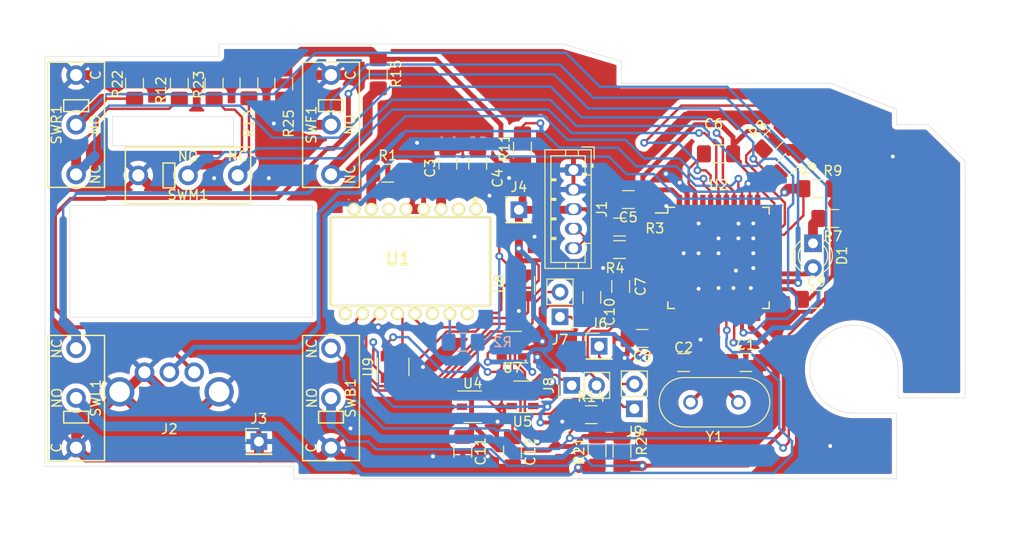
<source format=kicad_pcb>
(kicad_pcb (version 20190905) (host pcbnew "5.99.0-unknown-072ea9a~86~ubuntu18.04.1")
  (layers (0 "F.Cu" signal) (31 "B.Cu" signal) (34 "B.Paste" user) (35 "F.Paste" user) (36 "B.SilkS" user) (37 "F.SilkS" user) (38 "B.Mask" user) (39 "F.Mask" user) (44 "Edge.Cuts" user))
  (net 0 "")
  (net 1 "VCC")
  (net 2 "GND")
  (net 3 "Net-(C12-Pad1)")
  (net 4 "Net-(U1-Pad9)")
  (net 5 "Net-(U1-Pad12)")
  (net 6 "Net-(U1-Pad13)")
  (net 7 "Net-(U1-Pad10)")
  (net 8 "Net-(U1-Pad11)")
  (net 9 "Net-(U1-Pad16)")
  (net 10 "Net-(U1-Pad14)")
  (net 11 "Net-(U1-Pad6)")
  (net 12 "Net-(C3-Pad1)")
  (net 13 "Net-(U1-Pad2)")
  (net 14 "Net-(U1-Pad1)")
  (net 15 "Net-(J2-Pad2)")
  (net 16 "Net-(J2-Pad1)")
  (net 17 "Net-(R1-Pad1)")
  (net 18 "Net-(D1-Pad1)")
  (net 19 "Net-(R6-Pad2)")
  (net 20 "/ss")
  (net 21 "/miso ss-h")
  (net 22 "/sclk")
  (net 23 "/mosi")
  (net 24 "Net-(U4-Pad4)")
  (net 25 "Net-(C6-Pad1)")
  (net 26 "Net-(U2-Pad41)")
  (net 27 "Net-(U2-Pad30)")
  (net 28 "Net-(U2-Pad29)")
  (net 29 "Net-(U2-Pad28)")
  (net 30 "Net-(U2-Pad27)")
  (net 31 "Net-(D1-Pad2)")
  (net 32 "Net-(C1-Pad1)")
  (net 33 "Net-(C2-Pad1)")
  (net 34 "Net-(U2-Pad12)")
  (net 35 "/UCAP")
  (net 36 "Net-(U2-Pad1)")
  (net 37 "Net-(R25-Pad1)")
  (net 38 "Net-(R24-Pad1)")
  (net 39 "Net-(R23-Pad1)")
  (net 40 "Net-(R22-Pad1)")
  (net 41 "Net-(R15-Pad2)")
  (net 42 "Net-(R14-Pad2)")
  (net 43 "Net-(R13-Pad2)")
  (net 44 "Net-(R12-Pad2)")
  (net 45 "Net-(R11-Pad2)")
  (net 46 "Net-(R21-Pad1)")
  (net 47 "Net-(R2-Pad2)")
  (net 48 "/NETNAME_P")
  (net 49 "/ATMEGA2_USB_D_P")
  (net 50 "/NETNAME_N")
  (net 51 "/ATMEGA2_USB_D_N")
  (net 52 "Net-(U2-Pad22)")
  (net 53 "Net-(J6-Pad1)")
  (net 54 "Net-(J8-Pad2)")
  (net 55 "Net-(J7-Pad1)")
  (net 56 "Net-(J9-Pad2)")
  (module "Connector_PinHeader_2.54mm:PinHeader_1x01_P2.54mm_Vertical" (layer "F.Cu") (at 209 94.4)
    (fp_text reference "J6" (at 0 -2.33) (layer "F.SilkS"))
    (fp_text value "Conn_01x01")
    (pad "1" thru_hole rect (at 0 0) (size 1.7 1.7) (drill 1) (layers *.Cu *.Mask) (net 53 "Net-(J6-Pad1)"))
  )
  (module "Connector_PinHeader_2.54mm:PinHeader_1x02_P2.54mm_Vertical" (layer "F.Cu") (at 205 91.4 180)
    (fp_text reference "J7" (at 0 -2.33) (layer "F.SilkS"))
    (fp_text value "Conn_01x02_Female")
    (pad "2" thru_hole oval (at 0 2.54 180) (size 1.7 1.7) (drill 1) (layers *.Cu *.Mask) (net 22 "/sclk"))
    (pad "1" thru_hole rect (at 0 0 180) (size 1.7 1.7) (drill 1) (layers *.Cu *.Mask) (net 55 "Net-(J7-Pad1)"))
  )
  (module "Connector_PinHeader_2.54mm:PinHeader_1x02_P2.54mm_Vertical" (layer "F.Cu") (at 206.2 98.4 90)
    (fp_text reference "J8" (at 0 -2.33 90) (layer "F.SilkS"))
    (fp_text value "Conn_01x02_Female")
    (pad "2" thru_hole oval (at 0 2.54 90) (size 1.7 1.7) (drill 1) (layers *.Cu *.Mask) (net 54 "Net-(J8-Pad2)"))
    (pad "1" thru_hole rect (at 0 0 90) (size 1.7 1.7) (drill 1) (layers *.Cu *.Mask) (net 23 "/mosi"))
  )
  (module "Connector_PinHeader_2.54mm:PinHeader_1x02_P2.54mm_Vertical" (layer "F.Cu") (at 212.6 100.8 180)
    (fp_text reference "J9" (at 0 -2.33) (layer "F.SilkS"))
    (fp_text value "Conn_01x02_Female")
    (pad "2" thru_hole oval (at 0 2.54 180) (size 1.7 1.7) (drill 1) (layers *.Cu *.Mask) (net 56 "Net-(J9-Pad2)"))
    (pad "1" thru_hole rect (at 0 0 180) (size 1.7 1.7) (drill 1) (layers *.Cu *.Mask) (net 21 "/miso ss-h"))
  )
  (module "Resistor_SMD:R_1206_3216Metric_Pad1.42x1.75mm_HandSolder" (layer "F.Cu") (at 211.0875 84.515 180)
    (fp_text reference "R4" (at 0.4615 -1.897) (layer "F.SilkS"))
    (fp_text value "22")
    (pad "2" smd roundrect (at 1.4875 0 180) (size 1.425 1.75) (layers "F.Cu" "F.Paste" "F.Mask") (roundrect_rratio 0.175439) (net 48 "/NETNAME_P"))
    (pad "1" smd roundrect (at -1.4875 0 180) (size 1.425 1.75) (layers "F.Cu" "F.Paste" "F.Mask") (roundrect_rratio 0.175439) (net 49 "/ATMEGA2_USB_D_P"))
  )
  (module "Package_QFP:TQFP-44_10x10mm_P0.8mm" (layer "F.Cu") (at 221.192 85.369)
    (fp_text reference "U2" (at 0 -7.45) (layer "F.SilkS"))
    (fp_text value "ATmega32U4-AU")
    (pad "44" smd rect (at -4 -5.7 90) (size 1.5 0.55) (layers "F.Cu" "F.Paste" "F.Mask") (net 1 "VCC"))
    (pad "43" smd rect (at -3.2 -5.7 90) (size 1.5 0.55) (layers "F.Cu" "F.Paste" "F.Mask") (net 2 "GND"))
    (pad "42" smd rect (at -2.4 -5.7 90) (size 1.5 0.55) (layers "F.Cu" "F.Paste" "F.Mask") (net 25 "Net-(C6-Pad1)"))
    (pad "41" smd rect (at -1.6 -5.7 90) (size 1.5 0.55) (layers "F.Cu" "F.Paste" "F.Mask") (net 26 "Net-(U2-Pad41)"))
    (pad "40" smd rect (at -0.8 -5.7 90) (size 1.5 0.55) (layers "F.Cu" "F.Paste" "F.Mask") (net 41 "Net-(R15-Pad2)"))
    (pad "39" smd rect (at 0 -5.7 90) (size 1.5 0.55) (layers "F.Cu" "F.Paste" "F.Mask") (net 42 "Net-(R14-Pad2)"))
    (pad "38" smd rect (at 0.8 -5.7 90) (size 1.5 0.55) (layers "F.Cu" "F.Paste" "F.Mask") (net 43 "Net-(R13-Pad2)"))
    (pad "37" smd rect (at 1.6 -5.7 90) (size 1.5 0.55) (layers "F.Cu" "F.Paste" "F.Mask") (net 44 "Net-(R12-Pad2)"))
    (pad "36" smd rect (at 2.4 -5.7 90) (size 1.5 0.55) (layers "F.Cu" "F.Paste" "F.Mask") (net 45 "Net-(R11-Pad2)"))
    (pad "35" smd rect (at 3.2 -5.7 90) (size 1.5 0.55) (layers "F.Cu" "F.Paste" "F.Mask") (net 2 "GND"))
    (pad "34" smd rect (at 4 -5.7 90) (size 1.5 0.55) (layers "F.Cu" "F.Paste" "F.Mask") (net 1 "VCC"))
    (pad "33" smd rect (at 5.7 -4) (size 1.5 0.55) (layers "F.Cu" "F.Paste" "F.Mask") (net 19 "Net-(R6-Pad2)"))
    (pad "32" smd rect (at 5.7 -3.2) (size 1.5 0.55) (layers "F.Cu" "F.Paste" "F.Mask") (net 16 "Net-(J2-Pad1)"))
    (pad "31" smd rect (at 5.7 -2.4) (size 1.5 0.55) (layers "F.Cu" "F.Paste" "F.Mask") (net 15 "Net-(J2-Pad2)"))
    (pad "30" smd rect (at 5.7 -1.6) (size 1.5 0.55) (layers "F.Cu" "F.Paste" "F.Mask") (net 27 "Net-(U2-Pad30)"))
    (pad "29" smd rect (at 5.7 -0.8) (size 1.5 0.55) (layers "F.Cu" "F.Paste" "F.Mask") (net 28 "Net-(U2-Pad29)"))
    (pad "28" smd rect (at 5.7 0) (size 1.5 0.55) (layers "F.Cu" "F.Paste" "F.Mask") (net 29 "Net-(U2-Pad28)"))
    (pad "27" smd rect (at 5.7 0.8) (size 1.5 0.55) (layers "F.Cu" "F.Paste" "F.Mask") (net 30 "Net-(U2-Pad27)"))
    (pad "26" smd rect (at 5.7 1.6) (size 1.5 0.55) (layers "F.Cu" "F.Paste" "F.Mask") (net 31 "Net-(D1-Pad2)"))
    (pad "25" smd rect (at 5.7 2.4) (size 1.5 0.55) (layers "F.Cu" "F.Paste" "F.Mask") (net 37 "Net-(R25-Pad1)"))
    (pad "24" smd rect (at 5.7 3.2) (size 1.5 0.55) (layers "F.Cu" "F.Paste" "F.Mask") (net 1 "VCC"))
    (pad "23" smd rect (at 5.7 4) (size 1.5 0.55) (layers "F.Cu" "F.Paste" "F.Mask") (net 2 "GND"))
    (pad "22" smd rect (at 4 5.7 90) (size 1.5 0.55) (layers "F.Cu" "F.Paste" "F.Mask") (net 52 "Net-(U2-Pad22)"))
    (pad "21" smd rect (at 3.2 5.7 90) (size 1.5 0.55) (layers "F.Cu" "F.Paste" "F.Mask") (net 38 "Net-(R24-Pad1)"))
    (pad "20" smd rect (at 2.4 5.7 90) (size 1.5 0.55) (layers "F.Cu" "F.Paste" "F.Mask") (net 39 "Net-(R23-Pad1)"))
    (pad "19" smd rect (at 1.6 5.7 90) (size 1.5 0.55) (layers "F.Cu" "F.Paste" "F.Mask") (net 40 "Net-(R22-Pad1)"))
    (pad "18" smd rect (at 0.8 5.7 90) (size 1.5 0.55) (layers "F.Cu" "F.Paste" "F.Mask") (net 46 "Net-(R21-Pad1)"))
    (pad "17" smd rect (at 0 5.7 90) (size 1.5 0.55) (layers "F.Cu" "F.Paste" "F.Mask") (net 32 "Net-(C1-Pad1)"))
    (pad "16" smd rect (at -0.8 5.7 90) (size 1.5 0.55) (layers "F.Cu" "F.Paste" "F.Mask") (net 33 "Net-(C2-Pad1)"))
    (pad "15" smd rect (at -1.6 5.7 90) (size 1.5 0.55) (layers "F.Cu" "F.Paste" "F.Mask") (net 2 "GND"))
    (pad "14" smd rect (at -2.4 5.7 90) (size 1.5 0.55) (layers "F.Cu" "F.Paste" "F.Mask") (net 1 "VCC"))
    (pad "13" smd rect (at -3.2 5.7 90) (size 1.5 0.55) (layers "F.Cu" "F.Paste" "F.Mask") (net 53 "Net-(J6-Pad1)"))
    (pad "12" smd rect (at -4 5.7 90) (size 1.5 0.55) (layers "F.Cu" "F.Paste" "F.Mask") (net 34 "Net-(U2-Pad12)"))
    (pad "11" smd rect (at -5.7 4) (size 1.5 0.55) (layers "F.Cu" "F.Paste" "F.Mask") (net 56 "Net-(J9-Pad2)"))
    (pad "10" smd rect (at -5.7 3.2) (size 1.5 0.55) (layers "F.Cu" "F.Paste" "F.Mask") (net 54 "Net-(J8-Pad2)"))
    (pad "9" smd rect (at -5.7 2.4) (size 1.5 0.55) (layers "F.Cu" "F.Paste" "F.Mask") (net 55 "Net-(J7-Pad1)"))
    (pad "8" smd rect (at -5.7 1.6) (size 1.5 0.55) (layers "F.Cu" "F.Paste" "F.Mask") (net 20 "/ss"))
    (pad "7" smd rect (at -5.7 0.8) (size 1.5 0.55) (layers "F.Cu" "F.Paste" "F.Mask") (net 1 "VCC"))
    (pad "6" smd rect (at -5.7 0) (size 1.5 0.55) (layers "F.Cu" "F.Paste" "F.Mask") (net 35 "/UCAP"))
    (pad "5" smd rect (at -5.7 -0.8) (size 1.5 0.55) (layers "F.Cu" "F.Paste" "F.Mask") (net 2 "GND"))
    (pad "4" smd rect (at -5.7 -1.6) (size 1.5 0.55) (layers "F.Cu" "F.Paste" "F.Mask") (net 49 "/ATMEGA2_USB_D_P"))
    (pad "3" smd rect (at -5.7 -2.4) (size 1.5 0.55) (layers "F.Cu" "F.Paste" "F.Mask") (net 51 "/ATMEGA2_USB_D_N"))
    (pad "2" smd rect (at -5.7 -3.2) (size 1.5 0.55) (layers "F.Cu" "F.Paste" "F.Mask") (net 1 "VCC"))
    (pad "1" smd rect (at -5.7 -4) (size 1.5 0.55) (layers "F.Cu" "F.Paste" "F.Mask") (net 36 "Net-(U2-Pad1)"))
  )
  (module "Connector_PinHeader_2.54mm:PinHeader_1x01_P2.54mm_Vertical" (layer "F.Cu") (at 200.8 80.45)
    (fp_text reference "J4" (at 0 -2.33) (layer "F.SilkS"))
    (fp_text value "Conn_01x01")
    (pad "1" thru_hole rect (at 0 0) (size 1.7 1.7) (drill 1) (layers *.Cu *.Mask) (net 1 "VCC"))
  )
  (module "Connector_PinHeader_2.54mm:PinHeader_1x01_P2.54mm_Vertical" (layer "F.Cu") (at 174.244 104.14)
    (fp_text reference "J3" (at 0 -2.33) (layer "F.SilkS"))
    (fp_text value "Conn_01x01")
    (pad "1" thru_hole rect (at 0 0) (size 1.7 1.7) (drill 1) (layers *.Cu *.Mask) (net 2 "GND"))
  )
  (module "Resistor_SMD:R_1206_3216Metric_Pad1.42x1.75mm_HandSolder" (layer "F.Cu") (at 208.788 105.1195 90)
    (fp_text reference "R21" (at 0 -1.82 90) (layer "F.SilkS"))
    (fp_text value "5K")
    (pad "2" smd roundrect (at 1.4875 0 90) (size 1.425 1.75) (layers "F.Cu" "F.Paste" "F.Mask") (roundrect_rratio 0.175439) (net 1 "VCC"))
    (pad "1" smd roundrect (at -1.4875 0 90) (size 1.425 1.75) (layers "F.Cu" "F.Paste" "F.Mask") (roundrect_rratio 0.175439) (net 46 "Net-(R21-Pad1)"))
  )
  (module "Resistor_SMD:R_1206_3216Metric_Pad1.42x1.75mm_HandSolder" (layer "F.Cu") (at 201.168 74.1315 90)
    (fp_text reference "R11" (at 0 -1.82 90) (layer "F.SilkS"))
    (fp_text value "5K")
    (pad "2" smd roundrect (at 1.4875 0 90) (size 1.425 1.75) (layers "F.Cu" "F.Paste" "F.Mask") (roundrect_rratio 0.175439) (net 45 "Net-(R11-Pad2)"))
    (pad "1" smd roundrect (at -1.4875 0 90) (size 1.425 1.75) (layers "F.Cu" "F.Paste" "F.Mask") (roundrect_rratio 0.175439) (net 1 "VCC"))
  )
  (module "Resistor_SMD:R_1206_3216Metric_Pad1.42x1.75mm_HandSolder" (layer "F.Cu") (at 166.116 67.6005 270)
    (fp_text reference "R12" (at 0.6493 1.8542 90) (layer "F.SilkS"))
    (fp_text value "5K")
    (pad "2" smd roundrect (at 1.4875 0 270) (size 1.425 1.75) (layers "F.Cu" "F.Paste" "F.Mask") (roundrect_rratio 0.175439) (net 44 "Net-(R12-Pad2)"))
    (pad "1" smd roundrect (at -1.4875 0 270) (size 1.425 1.75) (layers "F.Cu" "F.Paste" "F.Mask") (roundrect_rratio 0.175439) (net 1 "VCC"))
  )
  (module "Resistor_SMD:R_1206_3216Metric_Pad1.42x1.75mm_HandSolder" (layer "F.Cu") (at 173.228 67.564 270)
    (fp_text reference "R13" (at 4.064 0 90) (layer "F.SilkS"))
    (fp_text value "5K")
    (pad "2" smd roundrect (at 1.4875 0 270) (size 1.425 1.75) (layers "F.Cu" "F.Paste" "F.Mask") (roundrect_rratio 0.175439) (net 43 "Net-(R13-Pad2)"))
    (pad "1" smd roundrect (at -1.4875 0 270) (size 1.425 1.75) (layers "F.Cu" "F.Paste" "F.Mask") (roundrect_rratio 0.175439) (net 1 "VCC"))
  )
  (module "Resistor_SMD:R_1206_3216Metric_Pad1.42x1.75mm_HandSolder" (layer "F.Cu") (at 208.2 101.4)
    (fp_text reference "R14" (at 0 -1.82) (layer "F.SilkS"))
    (fp_text value "5K")
    (pad "2" smd roundrect (at 1.4875 0) (size 1.425 1.75) (layers "F.Cu" "F.Paste" "F.Mask") (roundrect_rratio 0.175439) (net 42 "Net-(R14-Pad2)"))
    (pad "1" smd roundrect (at -1.4875 0) (size 1.425 1.75) (layers "F.Cu" "F.Paste" "F.Mask") (roundrect_rratio 0.175439) (net 1 "VCC"))
  )
  (module "Resistor_SMD:R_1206_3216Metric_Pad1.42x1.75mm_HandSolder" (layer "F.Cu") (at 186.436 66.548 270)
    (fp_text reference "R15" (at 0 -1.82 90) (layer "F.SilkS"))
    (fp_text value "5K")
    (pad "2" smd roundrect (at 1.4875 0 270) (size 1.425 1.75) (layers "F.Cu" "F.Paste" "F.Mask") (roundrect_rratio 0.175439) (net 41 "Net-(R15-Pad2)"))
    (pad "1" smd roundrect (at -1.4875 0 270) (size 1.425 1.75) (layers "F.Cu" "F.Paste" "F.Mask") (roundrect_rratio 0.175439) (net 1 "VCC"))
  )
  (module "Resistor_SMD:R_1206_3216Metric_Pad1.42x1.75mm_HandSolder" (layer "F.Cu") (at 161.544 67.6005 90)
    (fp_text reference "R22" (at 0 -1.7272 90) (layer "F.SilkS"))
    (fp_text value "5K")
    (pad "2" smd roundrect (at 1.4875 0 90) (size 1.425 1.75) (layers "F.Cu" "F.Paste" "F.Mask") (roundrect_rratio 0.175439) (net 1 "VCC"))
    (pad "1" smd roundrect (at -1.4875 0 90) (size 1.425 1.75) (layers "F.Cu" "F.Paste" "F.Mask") (roundrect_rratio 0.175439) (net 40 "Net-(R22-Pad1)"))
  )
  (module "Resistor_SMD:R_1206_3216Metric_Pad1.42x1.75mm_HandSolder" (layer "F.Cu") (at 169.672 67.6005 90)
    (fp_text reference "R23" (at -0.0651 -1.5494 90) (layer "F.SilkS"))
    (fp_text value "5K")
    (pad "2" smd roundrect (at 1.4875 0 90) (size 1.425 1.75) (layers "F.Cu" "F.Paste" "F.Mask") (roundrect_rratio 0.175439) (net 1 "VCC"))
    (pad "1" smd roundrect (at -1.4875 0 90) (size 1.425 1.75) (layers "F.Cu" "F.Paste" "F.Mask") (roundrect_rratio 0.175439) (net 39 "Net-(R23-Pad1)"))
  )
  (module "Resistor_SMD:R_1206_3216Metric_Pad1.42x1.75mm_HandSolder" (layer "F.Cu") (at 211.328 105.156 90)
    (fp_text reference "R24" (at 1.016 2.032 90) (layer "F.SilkS"))
    (fp_text value "5K")
    (pad "2" smd roundrect (at 1.4875 0 90) (size 1.425 1.75) (layers "F.Cu" "F.Paste" "F.Mask") (roundrect_rratio 0.175439) (net 1 "VCC"))
    (pad "1" smd roundrect (at -1.4875 0 90) (size 1.425 1.75) (layers "F.Cu" "F.Paste" "F.Mask") (roundrect_rratio 0.175439) (net 38 "Net-(R24-Pad1)"))
  )
  (module "Resistor_SMD:R_1206_3216Metric_Pad1.42x1.75mm_HandSolder" (layer "F.Cu") (at 176.784 67.6005 90)
    (fp_text reference "R25" (at -4.0275 0.508 90) (layer "F.SilkS"))
    (fp_text value "5K")
    (pad "2" smd roundrect (at 1.4875 0 90) (size 1.425 1.75) (layers "F.Cu" "F.Paste" "F.Mask") (roundrect_rratio 0.175439) (net 1 "VCC"))
    (pad "1" smd roundrect (at -1.4875 0 90) (size 1.425 1.75) (layers "F.Cu" "F.Paste" "F.Mask") (roundrect_rratio 0.175439) (net 37 "Net-(R25-Pad1)"))
  )
  (module "Capacitor_SMD:C_1206_3216Metric_Pad1.42x1.75mm_HandSolder" (layer "F.Cu") (at 211.2 88.3 90)
    (fp_text reference "C7" (at 0 2.032 90) (layer "F.SilkS"))
    (fp_text value "1uF")
    (pad "2" smd roundrect (at 1.4875 0 90) (size 1.425 1.75) (layers "F.Cu" "F.Paste" "F.Mask") (roundrect_rratio 0.175439) (net 2 "GND"))
    (pad "1" smd roundrect (at -1.4875 0 90) (size 1.425 1.75) (layers "F.Cu" "F.Paste" "F.Mask") (roundrect_rratio 0.175439) (net 1 "VCC"))
  )
  (module "Capacitor_SMD:C_1206_3216Metric_Pad1.42x1.75mm_HandSolder" (layer "F.Cu") (at 211.975 79.4 180)
    (fp_text reference "C5" (at 0 -1.82) (layer "F.SilkS"))
    (fp_text value "100nf")
    (pad "2" smd roundrect (at 1.4875 0 180) (size 1.425 1.75) (layers "F.Cu" "F.Paste" "F.Mask") (roundrect_rratio 0.175439) (net 2 "GND"))
    (pad "1" smd roundrect (at -1.4875 0 180) (size 1.425 1.75) (layers "F.Cu" "F.Paste" "F.Mask") (roundrect_rratio 0.175439) (net 1 "VCC"))
  )
  (module "Capacitor_SMD:C_1206_3216Metric_Pad1.42x1.75mm_HandSolder" (layer "F.Cu") (at 213.4 93.6 180)
    (fp_text reference "C8" (at 0 -1.82) (layer "F.SilkS"))
    (fp_text value "100nf")
    (pad "2" smd roundrect (at 1.4875 0 180) (size 1.425 1.75) (layers "F.Cu" "F.Paste" "F.Mask") (roundrect_rratio 0.175439) (net 2 "GND"))
    (pad "1" smd roundrect (at -1.4875 0 180) (size 1.425 1.75) (layers "F.Cu" "F.Paste" "F.Mask") (roundrect_rratio 0.175439) (net 1 "VCC"))
  )
  (module "Capacitor_SMD:C_1206_3216Metric_Pad1.42x1.75mm_HandSolder" (layer "F.Cu") (at 193.548 75.692 90)
    (fp_text reference "C3" (at -0.508 -1.82 90) (layer "F.SilkS"))
    (fp_text value "100nF")
    (pad "2" smd roundrect (at 1.4875 0 90) (size 1.425 1.75) (layers "F.Cu" "F.Paste" "F.Mask") (roundrect_rratio 0.175439) (net 2 "GND"))
    (pad "1" smd roundrect (at -1.4875 0 90) (size 1.425 1.75) (layers "F.Cu" "F.Paste" "F.Mask") (roundrect_rratio 0.175439) (net 12 "Net-(C3-Pad1)"))
  )
  (module "Capacitor_SMD:C_1206_3216Metric_Pad1.42x1.75mm_HandSolder" (layer "F.Cu") (at 196.596 75.692 90)
    (fp_text reference "C4" (at -1.524 2.032 90) (layer "F.SilkS"))
    (fp_text value "4.7uF")
    (pad "2" smd roundrect (at 1.4875 0 90) (size 1.425 1.75) (layers "F.Cu" "F.Paste" "F.Mask") (roundrect_rratio 0.175439) (net 2 "GND"))
    (pad "1" smd roundrect (at -1.4875 0 90) (size 1.425 1.75) (layers "F.Cu" "F.Paste" "F.Mask") (roundrect_rratio 0.175439) (net 12 "Net-(C3-Pad1)"))
  )
  (module "Capacitor_SMD:C_1206_3216Metric_Pad1.42x1.75mm_HandSolder" (layer "F.Cu") (at 231.2 89.6)
    (fp_text reference "C9" (at 0 -1.82) (layer "F.SilkS"))
    (fp_text value "100nf")
    (pad "2" smd roundrect (at 1.4875 0) (size 1.425 1.75) (layers "F.Cu" "F.Paste" "F.Mask") (roundrect_rratio 0.175439) (net 2 "GND"))
    (pad "1" smd roundrect (at -1.4875 0) (size 1.425 1.75) (layers "F.Cu" "F.Paste" "F.Mask") (roundrect_rratio 0.175439) (net 1 "VCC"))
  )
  (module "Capacitor_SMD:C_1206_3216Metric_Pad1.42x1.75mm_HandSolder" (layer "F.Cu") (at 223.986 96.068)
    (fp_text reference "C1" (at 0 -1.82) (layer "F.SilkS"))
    (fp_text value "22pf")
    (pad "2" smd roundrect (at 1.4875 0) (size 1.425 1.75) (layers "F.Cu" "F.Paste" "F.Mask") (roundrect_rratio 0.175439) (net 2 "GND"))
    (pad "1" smd roundrect (at -1.4875 0) (size 1.425 1.75) (layers "F.Cu" "F.Paste" "F.Mask") (roundrect_rratio 0.175439) (net 32 "Net-(C1-Pad1)"))
  )
  (module "Capacitor_SMD:C_1206_3216Metric_Pad1.42x1.75mm_HandSolder" (layer "F.Cu") (at 200.152 105.1925 270)
    (fp_text reference "C12" (at 0 -1.82 90) (layer "F.SilkS"))
    (fp_text value "1uF")
    (pad "2" smd roundrect (at 1.4875 0 270) (size 1.425 1.75) (layers "F.Cu" "F.Paste" "F.Mask") (roundrect_rratio 0.175439) (net 2 "GND"))
    (pad "1" smd roundrect (at -1.4875 0 270) (size 1.425 1.75) (layers "F.Cu" "F.Paste" "F.Mask") (roundrect_rratio 0.175439) (net 3 "Net-(C12-Pad1)"))
  )
  (module "Capacitor_SMD:C_1206_3216Metric_Pad1.42x1.75mm_HandSolder" (layer "F.Cu") (at 221.192 74.732)
    (fp_text reference "C6" (at -0.508 -3.048) (layer "F.SilkS"))
    (fp_text value "100nf")
    (pad "2" smd roundrect (at 1.4875 0) (size 1.425 1.75) (layers "F.Cu" "F.Paste" "F.Mask") (roundrect_rratio 0.175439) (net 1 "VCC"))
    (pad "1" smd roundrect (at -1.4875 0) (size 1.425 1.75) (layers "F.Cu" "F.Paste" "F.Mask") (roundrect_rratio 0.175439) (net 25 "Net-(C6-Pad1)"))
  )
  (module "Capacitor_SMD:C_1206_3216Metric_Pad1.42x1.75mm_HandSolder" (layer "F.Cu") (at 217.636 96.068 180)
    (fp_text reference "C2" (at 0 1.524) (layer "F.SilkS"))
    (fp_text value "22pf")
    (pad "2" smd roundrect (at 1.4875 0 180) (size 1.425 1.75) (layers "F.Cu" "F.Paste" "F.Mask") (roundrect_rratio 0.175439) (net 2 "GND"))
    (pad "1" smd roundrect (at -1.4875 0 180) (size 1.425 1.75) (layers "F.Cu" "F.Paste" "F.Mask") (roundrect_rratio 0.175439) (net 33 "Net-(C2-Pad1)"))
  )
  (module "Capacitor_SMD:C_1206_3216Metric_Pad1.42x1.75mm_HandSolder" (layer "F.Cu") (at 208.25 89.4 270)
    (fp_text reference "C10" (at 1.4875 -1.82 90) (layer "F.SilkS"))
    (fp_text value "1uF")
    (pad "2" smd roundrect (at 1.4875 0 270) (size 1.425 1.75) (layers "F.Cu" "F.Paste" "F.Mask") (roundrect_rratio 0.175439) (net 2 "GND"))
    (pad "1" smd roundrect (at -1.4875 0 270) (size 1.425 1.75) (layers "F.Cu" "F.Paste" "F.Mask") (roundrect_rratio 0.175439) (net 35 "/UCAP"))
  )
  (module "Capacitor_SMD:C_1206_3216Metric_Pad1.42x1.75mm_HandSolder" (layer "F.Cu") (at 195.072 105.156 270)
    (fp_text reference "C11" (at 0 -1.82 90) (layer "F.SilkS"))
    (fp_text value "1uF")
    (pad "2" smd roundrect (at 1.4875 0 270) (size 1.425 1.75) (layers "F.Cu" "F.Paste" "F.Mask") (roundrect_rratio 0.175439) (net 2 "GND"))
    (pad "1" smd roundrect (at -1.4875 0 270) (size 1.425 1.75) (layers "F.Cu" "F.Paste" "F.Mask") (roundrect_rratio 0.175439) (net 1 "VCC"))
  )
  (module "Crystal:Crystal_HC49-U_Vertical" (layer "F.Cu") (at 223.224 100.132 180)
    (fp_text reference "Y1" (at 2.44 -3.525) (layer "F.SilkS"))
    (fp_text value "16 Mhz Crystal")
    (pad "2" thru_hole circle (at 4.88 0 180) (size 1.5 1.5) (drill 1) (layers *.Cu *.Mask) (net 33 "Net-(C2-Pad1)"))
    (pad "1" thru_hole circle (at 0 0 180) (size 1.5 1.5) (drill 1) (layers *.Cu *.Mask) (net 32 "Net-(C1-Pad1)"))
  )
  (module "LED_THT:LED_D3.0mm" (layer "F.Cu") (at 230.844 83.876 270)
    (fp_text reference "D1" (at 1.27 -2.96 90) (layer "F.SilkS"))
    (fp_text value "LED")
    (pad "2" thru_hole circle (at 2.54 0 270) (size 1.8 1.8) (drill 1) (layers *.Cu *.Mask) (net 31 "Net-(D1-Pad2)"))
    (pad "1" thru_hole rect (at 0 0 270) (size 1.8 1.8) (drill 1) (layers *.Cu *.Mask) (net 18 "Net-(D1-Pad1)"))
  )
  (module "Package_TO_SOT_SMD:SOT-23-5" (layer "F.Cu") (at 196.088 100.584)
    (fp_text reference "U4" (at 0 -2.384) (layer "F.SilkS"))
    (fp_text value "TLV70019_SOT23-5")
    (pad "5" smd rect (at 1.1 -0.95) (size 1.06 0.65) (layers "F.Cu" "F.Paste" "F.Mask") (net 3 "Net-(C12-Pad1)"))
    (pad "4" smd rect (at 1.1 0.95) (size 1.06 0.65) (layers "F.Cu" "F.Paste" "F.Mask") (net 24 "Net-(U4-Pad4)"))
    (pad "3" smd rect (at -1.1 0.95) (size 1.06 0.65) (layers "F.Cu" "F.Paste" "F.Mask") (net 1 "VCC"))
    (pad "2" smd rect (at -1.1 0) (size 1.06 0.65) (layers "F.Cu" "F.Paste" "F.Mask") (net 2 "GND"))
    (pad "1" smd rect (at -1.1 -0.95) (size 1.06 0.65) (layers "F.Cu" "F.Paste" "F.Mask") (net 1 "VCC"))
  )
  (module "Package_TO_SOT_SMD:SOT-23-6" (layer "F.Cu") (at 201.168 99.568 180)
    (fp_text reference "U5" (at 0 -2.54 180) (layer "F.SilkS"))
    (fp_text value "SN74LVC1T45DBV")
    (pad "5" smd rect (at 1.1 0 180) (size 1.06 0.65) (layers "F.Cu" "F.Paste" "F.Mask") (net 1 "VCC"))
    (pad "6" smd rect (at 1.1 -0.95 180) (size 1.06 0.65) (layers "F.Cu" "F.Paste" "F.Mask") (net 3 "Net-(C12-Pad1)"))
    (pad "4" smd rect (at 1.1 0.95 180) (size 1.06 0.65) (layers "F.Cu" "F.Paste" "F.Mask") (net 8 "Net-(U1-Pad11)"))
    (pad "3" smd rect (at -1.1 0.95 180) (size 1.06 0.65) (layers "F.Cu" "F.Paste" "F.Mask") (net 23 "/mosi"))
    (pad "2" smd rect (at -1.1 0 180) (size 1.06 0.65) (layers "F.Cu" "F.Paste" "F.Mask") (net 2 "GND"))
    (pad "1" smd rect (at -1.1 -0.95 180) (size 1.06 0.65) (layers "F.Cu" "F.Paste" "F.Mask") (net 1 "VCC"))
  )
  (module "Package_TO_SOT_SMD:SOT-23-6" (layer "F.Cu") (at 200.152 94.488 180)
    (fp_text reference "U7" (at 0 -2.112 180) (layer "F.SilkS"))
    (fp_text value "SN74LVC1T45DBV")
    (pad "5" smd rect (at 1.1 0 180) (size 1.06 0.65) (layers "F.Cu" "F.Paste" "F.Mask") (net 1 "VCC"))
    (pad "6" smd rect (at 1.1 -0.95 180) (size 1.06 0.65) (layers "F.Cu" "F.Paste" "F.Mask") (net 3 "Net-(C12-Pad1)"))
    (pad "4" smd rect (at 1.1 0.95 180) (size 1.06 0.65) (layers "F.Cu" "F.Paste" "F.Mask") (net 7 "Net-(U1-Pad10)"))
    (pad "3" smd rect (at -1.1 0.95 180) (size 1.06 0.65) (layers "F.Cu" "F.Paste" "F.Mask") (net 22 "/sclk"))
    (pad "2" smd rect (at -1.1 0 180) (size 1.06 0.65) (layers "F.Cu" "F.Paste" "F.Mask") (net 2 "GND"))
    (pad "1" smd rect (at -1.1 -0.95 180) (size 1.06 0.65) (layers "F.Cu" "F.Paste" "F.Mask") (net 1 "VCC"))
  )
  (module "Package_TO_SOT_SMD:SOT-23-6" (layer "F.Cu") (at 200.793999 88.180001 90)
    (fp_text reference "U8" (at 0.180001 -1.993999 90) (layer "F.SilkS"))
    (fp_text value "SN74LVC1T45DBV")
    (pad "5" smd rect (at 1.1 0 90) (size 1.06 0.65) (layers "F.Cu" "F.Paste" "F.Mask") (net 1 "VCC"))
    (pad "6" smd rect (at 1.1 -0.95 90) (size 1.06 0.65) (layers "F.Cu" "F.Paste" "F.Mask") (net 3 "Net-(C12-Pad1)"))
    (pad "4" smd rect (at 1.1 0.95 90) (size 1.06 0.65) (layers "F.Cu" "F.Paste" "F.Mask") (net 6 "Net-(U1-Pad13)"))
    (pad "3" smd rect (at -1.1 0.95 90) (size 1.06 0.65) (layers "F.Cu" "F.Paste" "F.Mask") (net 20 "/ss"))
    (pad "2" smd rect (at -1.1 0 90) (size 1.06 0.65) (layers "F.Cu" "F.Paste" "F.Mask") (net 2 "GND"))
    (pad "1" smd rect (at -1.1 -0.95 90) (size 1.06 0.65) (layers "F.Cu" "F.Paste" "F.Mask") (net 1 "VCC"))
  )
  (module "Package_TO_SOT_SMD:SOT-23-6" (layer "F.Cu") (at 187.96 96.52 90)
    (fp_text reference "U9" (at 0 -2.54 90) (layer "F.SilkS"))
    (fp_text value "SN74LVC1T45DBV")
    (pad "5" smd rect (at 1.1 0 90) (size 1.06 0.65) (layers "F.Cu" "F.Paste" "F.Mask") (net 20 "/ss"))
    (pad "6" smd rect (at 1.1 -0.95 90) (size 1.06 0.65) (layers "F.Cu" "F.Paste" "F.Mask") (net 3 "Net-(C12-Pad1)"))
    (pad "4" smd rect (at 1.1 0.95 90) (size 1.06 0.65) (layers "F.Cu" "F.Paste" "F.Mask") (net 5 "Net-(U1-Pad12)"))
    (pad "3" smd rect (at -1.1 0.95 90) (size 1.06 0.65) (layers "F.Cu" "F.Paste" "F.Mask") (net 21 "/miso ss-h"))
    (pad "2" smd rect (at -1.1 0 90) (size 1.06 0.65) (layers "F.Cu" "F.Paste" "F.Mask") (net 2 "GND"))
    (pad "1" smd rect (at -1.1 -0.95 90) (size 1.06 0.65) (layers "F.Cu" "F.Paste" "F.Mask") (net 1 "VCC"))
  )
  (module "Resistor_SMD:R_1206_3216Metric_Pad1.42x1.75mm_HandSolder" (layer "F.Cu") (at 211.084 82.213 180)
    (fp_text reference "R3" (at -3.606 -0.135) (layer "F.SilkS"))
    (fp_text value "22")
    (pad "2" smd roundrect (at 1.4875 0 180) (size 1.425 1.75) (layers "F.Cu" "F.Paste" "F.Mask") (roundrect_rratio 0.175439) (net 50 "/NETNAME_N"))
    (pad "1" smd roundrect (at -1.4875 0 180) (size 1.425 1.75) (layers "F.Cu" "F.Paste" "F.Mask") (roundrect_rratio 0.175439) (net 51 "/ATMEGA2_USB_D_N"))
  )
  (module "Resistor_SMD:R_1206_3216Metric_Pad1.42x1.75mm_HandSolder" (layer "F.Cu") (at 231.352 78.288)
    (fp_text reference "R9" (at 1.524 -1.82) (layer "F.SilkS"))
    (fp_text value "10K")
    (pad "2" smd roundrect (at 1.4875 0) (size 1.425 1.75) (layers "F.Cu" "F.Paste" "F.Mask") (roundrect_rratio 0.175439) (net 1 "VCC"))
    (pad "1" smd roundrect (at -1.4875 0) (size 1.425 1.75) (layers "F.Cu" "F.Paste" "F.Mask") (roundrect_rratio 0.175439) (net 15 "Net-(J2-Pad2)"))
  )
  (module "Resistor_SMD:R_1206_3216Metric_Pad1.42x1.75mm_HandSolder" (layer "F.Cu") (at 228.304 75.748 45)
    (fp_text reference "R8" (at 0.35921 -4.669733 45) (layer "F.SilkS"))
    (fp_text value "10K")
    (pad "2" smd roundrect (at 1.4875 0 45) (size 1.425 1.75) (layers "F.Cu" "F.Paste" "F.Mask") (roundrect_rratio 0.175439) (net 1 "VCC"))
    (pad "1" smd roundrect (at -1.4875 0 45) (size 1.425 1.75) (layers "F.Cu" "F.Paste" "F.Mask") (roundrect_rratio 0.175439) (net 16 "Net-(J2-Pad1)"))
  )
  (module "Resistor_SMD:R_1206_3216Metric_Pad1.42x1.75mm_HandSolder" (layer "F.Cu") (at 226.78 73.208 225)
    (fp_text reference "R6" (at -0.35921 -4.669733 45) (layer "F.SilkS"))
    (fp_text value "1K")
    (pad "2" smd roundrect (at 1.4875 0 225) (size 1.425 1.75) (layers "F.Cu" "F.Paste" "F.Mask") (roundrect_rratio 0.175439) (net 19 "Net-(R6-Pad2)"))
    (pad "1" smd roundrect (at -1.4875 0 225) (size 1.425 1.75) (layers "F.Cu" "F.Paste" "F.Mask") (roundrect_rratio 0.175439) (net 2 "GND"))
  )
  (module "Resistor_SMD:R_1206_3216Metric_Pad1.42x1.75mm_HandSolder" (layer "F.Cu") (at 187.4155 76.708)
    (fp_text reference "R1" (at 0 -1.82) (layer "F.SilkS"))
    (fp_text value "10K")
    (pad "2" smd roundrect (at 1.4875 0) (size 1.425 1.75) (layers "F.Cu" "F.Paste" "F.Mask") (roundrect_rratio 0.175439) (net 3 "Net-(C12-Pad1)"))
    (pad "1" smd roundrect (at -1.4875 0) (size 1.425 1.75) (layers "F.Cu" "F.Paste" "F.Mask") (roundrect_rratio 0.175439) (net 17 "Net-(R1-Pad1)"))
  )
  (module "Resistor_SMD:R_1206_3216Metric_Pad1.42x1.75mm_HandSolder" (layer "F.Cu") (at 232.876 81.336 180)
    (fp_text reference "R7" (at 0 -1.82) (layer "F.SilkS"))
    (fp_text value "1K")
    (pad "2" smd roundrect (at 1.4875 0 180) (size 1.425 1.75) (layers "F.Cu" "F.Paste" "F.Mask") (roundrect_rratio 0.175439) (net 18 "Net-(D1-Pad1)"))
    (pad "1" smd roundrect (at -1.4875 0 180) (size 1.425 1.75) (layers "F.Cu" "F.Paste" "F.Mask") (roundrect_rratio 0.175439) (net 2 "GND"))
  )
  (module "Resistor_SMD:R_1206_3216Metric_Pad1.42x1.75mm_HandSolder" (layer "B.Cu") (at 195.1085 93.98 180)
    (fp_text reference "R2" (at -4.0275 0) (layer "B.SilkS") (effects (justify mirror)))
    (fp_text value "39")
    (pad "2" smd roundrect (at 1.4875 0 180) (size 1.425 1.75) (layers "B.Cu" "B.Paste" "B.Mask") (roundrect_rratio 0.175439) (net 47 "Net-(R2-Pad2)"))
    (pad "1" smd roundrect (at -1.4875 0 180) (size 1.425 1.75) (layers "B.Cu" "B.Paste" "B.Mask") (roundrect_rratio 0.175439) (net 3 "Net-(C12-Pad1)"))
  )
  (module "KiCad:Microswitch_SPDT_D2F" (layer "F.Cu") (at 181.61 71.755 270)
    (fp_text reference "SWF1" (at 0 2 90) (layer "F.SilkS"))
    (fp_text value "SW_SPDT")
    (fp_text user "C" (at -5.08 -2 90) (layer "F.SilkS"))
    (fp_text user "NO" (at 0 -1.95 90) (layer "F.SilkS"))
    (fp_text user "NC" (at 5.06 -1.97 90) (layer "F.SilkS"))
    (pad "3" thru_hole circle (at 0 0 270) (size 2 2) (drill 1.25) (layers *.Cu *.Mask) (net 37 "Net-(R25-Pad1)"))
    (pad "2" thru_hole circle (at -5.08 0 270) (size 2 2) (drill 1.25) (layers *.Cu *.Mask) (net 2 "GND"))
    (pad "1" thru_hole circle (at 5.08 0 270) (size 2 2) (drill 1.25) (layers *.Cu *.Mask) (net 41 "Net-(R15-Pad2)"))
  )
  (module "PMW3360DM-T2QU:PMW3360" (layer "F.Cu") (at 189.738 85.725)
    (fp_text reference "U1" (at -1.27 -0.268) (layer "F.SilkS") (effects (font (size 1.27 1.27) (thickness 0.254))))
    (fp_text value "PMW3360DM-T2QU" hide)
    (pad "16" thru_hole circle (at 5.785 5.35 90) (size 1.3 1.3) (drill 0.9) (layers *.Cu *.Mask "F.SilkS") (net 9 "Net-(U1-Pad16)"))
    (pad "15" thru_hole circle (at 4.005 5.35 90) (size 1.3 1.3) (drill 0.9) (layers *.Cu *.Mask "F.SilkS") (net 47 "Net-(R2-Pad2)"))
    (pad "14" thru_hole circle (at 2.225 5.35 90) (size 1.3 1.3) (drill 0.9) (layers *.Cu *.Mask "F.SilkS") (net 10 "Net-(U1-Pad14)"))
    (pad "13" thru_hole circle (at 0.445 5.35 90) (size 1.3 1.3) (drill 0.9) (layers *.Cu *.Mask "F.SilkS") (net 6 "Net-(U1-Pad13)"))
    (pad "12" thru_hole circle (at -1.335 5.35 90) (size 1.3 1.3) (drill 0.9) (layers *.Cu *.Mask "F.SilkS") (net 5 "Net-(U1-Pad12)"))
    (pad "11" thru_hole circle (at -3.115 5.35 90) (size 1.3 1.3) (drill 0.9) (layers *.Cu *.Mask "F.SilkS") (net 8 "Net-(U1-Pad11)"))
    (pad "10" thru_hole circle (at -4.895 5.35 90) (size 1.3 1.3) (drill 0.9) (layers *.Cu *.Mask "F.SilkS") (net 7 "Net-(U1-Pad10)"))
    (pad "9" thru_hole circle (at -6.675 5.35 90) (size 1.3 1.3) (drill 0.9) (layers *.Cu *.Mask "F.SilkS") (net 4 "Net-(U1-Pad9)"))
    (pad "8" thru_hole circle (at -5.785 -5.35 90) (size 1.3 1.3) (drill 0.9) (layers *.Cu *.Mask "F.SilkS") (net 2 "GND"))
    (pad "7" thru_hole circle (at -4.005 -5.35 90) (size 1.3 1.3) (drill 0.9) (layers *.Cu *.Mask "F.SilkS") (net 17 "Net-(R1-Pad1)"))
    (pad "6" thru_hole circle (at -2.225 -5.35 90) (size 1.3 1.3) (drill 0.9) (layers *.Cu *.Mask "F.SilkS") (net 11 "Net-(U1-Pad6)"))
    (pad "5" thru_hole circle (at -0.445 -5.35 90) (size 1.3 1.3) (drill 0.9) (layers *.Cu *.Mask "F.SilkS") (net 3 "Net-(C12-Pad1)"))
    (pad "4" thru_hole circle (at 1.335 -5.35 90) (size 1.3 1.3) (drill 0.9) (layers *.Cu *.Mask "F.SilkS") (net 3 "Net-(C12-Pad1)"))
    (pad "3" thru_hole circle (at 3.115 -5.35 90) (size 1.3 1.3) (drill 0.9) (layers *.Cu *.Mask "F.SilkS") (net 12 "Net-(C3-Pad1)"))
    (pad "2" thru_hole circle (at 4.895 -5.35 90) (size 1.3 1.3) (drill 0.9) (layers *.Cu *.Mask "F.SilkS") (net 13 "Net-(U1-Pad2)"))
    (pad "1" thru_hole circle (at 6.675 -5.35 90) (size 1.3 1.3) (drill 0.9) (layers *.Cu *.Mask "F.SilkS") (net 14 "Net-(U1-Pad1)"))
  )
  (module "KiCad:Microswitch_SPDT_D2F" (layer "F.Cu") (at 181.61 99.695 90)
    (fp_text reference "SWB1" (at 0 2 90) (layer "F.SilkS"))
    (fp_text value "SW_SPDT")
    (fp_text user "C" (at -5.08 -2 90) (layer "F.SilkS"))
    (fp_text user "NO" (at 0 -1.95 90) (layer "F.SilkS"))
    (fp_text user "NC" (at 5.06 -1.97 90) (layer "F.SilkS"))
    (pad "3" thru_hole circle (at 0 0 90) (size 2 2) (drill 1.25) (layers *.Cu *.Mask) (net 38 "Net-(R24-Pad1)"))
    (pad "2" thru_hole circle (at -5.08 0 90) (size 2 2) (drill 1.25) (layers *.Cu *.Mask) (net 2 "GND"))
    (pad "1" thru_hole circle (at 5.08 0 90) (size 2 2) (drill 1.25) (layers *.Cu *.Mask) (net 42 "Net-(R14-Pad2)"))
  )
  (module "KiCad:ALPS_horzontal_encoder" (layer "F.Cu") (at 165.1 99.06 180)
    (fp_text reference "J2" (at 0 -3.81) (layer "F.SilkS"))
    (fp_text value "Conn_01x05_Female")
    (pad "5" thru_hole circle (at -5.08 0 180) (size 3 3) (drill 2.1) (layers *.Cu *.Mask) (net 2 "GND"))
    (pad "4" thru_hole circle (at 5.08 0 180) (size 3 3) (drill 2.1) (layers *.Cu *.Mask) (net 2 "GND"))
    (pad "3" thru_hole circle (at 2.54 2 180) (size 2 2) (drill 1.25) (layers *.Cu *.Mask) (net 2 "GND"))
    (pad "2" thru_hole circle (at 0 2 180) (size 2 2) (drill 1.25) (layers *.Cu *.Mask) (net 15 "Net-(J2-Pad2)"))
    (pad "1" thru_hole circle (at -2.54 2 180) (size 2 2) (drill 1.25) (layers *.Cu *.Mask) (net 16 "Net-(J2-Pad1)"))
  )
  (module "Connector_JST:JST_PH_B5B-PH-K_1x05_P2.00mm_Vertical" (layer "F.Cu") (at 206.375 76.381 270)
    (fp_text reference "J1" (at 4 -2.9 90) (layer "F.SilkS"))
    (fp_text value "Conn_01x05_Female")
    (pad "5" thru_hole oval (at 8 0 270) (size 1.2 1.75) (drill 1) (layers *.Cu *.Mask) (net 48 "/NETNAME_P"))
    (pad "4" thru_hole oval (at 6 0 270) (size 1.2 1.75) (drill 1) (layers *.Cu *.Mask) (net 50 "/NETNAME_N"))
    (pad "3" thru_hole oval (at 4 0 270) (size 1.2 1.75) (drill 1) (layers *.Cu *.Mask) (net 1 "VCC"))
    (pad "2" thru_hole oval (at 2 0 270) (size 1.2 1.75) (drill 1) (layers *.Cu *.Mask) (net 2 "GND"))
    (pad "1" thru_hole roundrect (at 0 0 270) (size 1.2 1.75) (drill 1) (layers *.Cu *.Mask) (roundrect_rratio 0.208) (net 2 "GND"))
  )
  (module "KiCad:Microswitch_SPDT_D2F" (layer "F.Cu") (at 155.575 71.755 270)
    (fp_text reference "SWR1" (at 0 2 90) (layer "F.SilkS"))
    (fp_text value "SW_SPDT")
    (fp_text user "C" (at -5.08 -2 90) (layer "F.SilkS"))
    (fp_text user "NO" (at 0 -1.95 90) (layer "F.SilkS"))
    (fp_text user "NC" (at 5.06 -1.97 90) (layer "F.SilkS"))
    (pad "3" thru_hole circle (at 0 0 270) (size 2 2) (drill 1.25) (layers *.Cu *.Mask) (net 40 "Net-(R22-Pad1)"))
    (pad "2" thru_hole circle (at -5.08 0 270) (size 2 2) (drill 1.25) (layers *.Cu *.Mask) (net 2 "GND"))
    (pad "1" thru_hole circle (at 5.08 0 270) (size 2 2) (drill 1.25) (layers *.Cu *.Mask) (net 44 "Net-(R12-Pad2)"))
  )
  (module "KiCad:Microswitch_SPDT_D2F" (layer "F.Cu") (at 167.005 76.935)
    (fp_text reference "SWM1" (at 0 2) (layer "F.SilkS"))
    (fp_text value "SW_SPDT")
    (fp_text user "NO" (at 0 -1.95) (layer "F.SilkS"))
    (fp_text user "NC" (at 5.06 -1.97) (layer "F.SilkS"))
    (pad "3" thru_hole circle (at 0 0) (size 2 2) (drill 1.25) (layers *.Cu *.Mask) (net 39 "Net-(R23-Pad1)"))
    (pad "2" thru_hole circle (at -5.08 0) (size 2 2) (drill 1.25) (layers *.Cu *.Mask) (net 2 "GND"))
    (pad "1" thru_hole circle (at 5.08 0) (size 2 2) (drill 1.25) (layers *.Cu *.Mask) (net 43 "Net-(R13-Pad2)"))
  )
  (module "KiCad:Microswitch_SPDT_D2F" (layer "F.Cu") (at 155.575 99.695 90)
    (fp_text reference "SWL1" (at 0 2 90) (layer "F.SilkS"))
    (fp_text value "SW_SPDT")
    (fp_text user "C" (at -5.08 -2 90) (layer "F.SilkS"))
    (fp_text user "NO" (at 0 -1.95 90) (layer "F.SilkS"))
    (fp_text user "NC" (at 5.06 -1.97 90) (layer "F.SilkS"))
    (pad "3" thru_hole circle (at 0 0 90) (size 2 2) (drill 1.25) (layers *.Cu *.Mask) (net 46 "Net-(R21-Pad1)"))
    (pad "2" thru_hole circle (at -5.08 0 90) (size 2 2) (drill 1.25) (layers *.Cu *.Mask) (net 2 "GND"))
    (pad "1" thru_hole circle (at 5.08 0 90) (size 2 2) (drill 1.25) (layers *.Cu *.Mask) (net 45 "Net-(R11-Pad2)"))
  )
  (gr_line (start 205.35 63.5) (end 170.18 63.5) (layer "Edge.Cuts") (width 0.05))
  (gr_line (start 211.275 65.275) (end 205.35 63.5) (layer "Edge.Cuts") (width 0.05))
  (gr_line (start 211.275 65.275) (end 211.275 67.525) (layer "Edge.Cuts") (width 0.05))
  (gr_line (start 242.6 71.75) (end 246.375 75.45) (layer "Edge.Cuts") (width 0.05))
  (gr_line (start 239.395 71.755) (end 242.6 71.75) (layer "Edge.Cuts") (width 0.05))
  (gr_line (start 239.4 70.2) (end 239.395 71.755) (layer "Edge.Cuts") (width 0.05))
  (gr_line (start 232.675 67.525) (end 239.4 70.2) (layer "Edge.Cuts") (width 0.05))
  (gr_line (start 211.275 67.525) (end 232.675 67.525) (layer "Edge.Cuts") (width 0.05))
  (gr_line (start 239.395 107.95) (end 177.8 107.95) (layer "Edge.Cuts") (width 0.05))
  (gr_line (start 246.375 75.45) (end 246.38 99.695) (layer "Edge.Cuts") (width 0.05))
  (gr_line (start 239.525 99.675) (end 246.38 99.695) (layer "Edge.Cuts") (width 0.05))
  (gr_line (start 239.4 101.25) (end 239.395 107.95) (layer "Edge.Cuts") (width 0.05))
  (gr_line (start 239.525 96.75) (end 239.525 99.675) (layer "Edge.Cuts") (width 0.05))
  (gr_line (start 235.025 101.25) (end 239.4 101.25) (layer "Edge.Cuts") (width 0.05))
  (gr_arc (start 235.025 96.75) (end 239.525 96.75) (angle -270) (layer "Edge.Cuts") (width 0.05))
  (gr_line (start 159.3088 70.9168) (end 159.3088 73.914) (layer "Edge.Cuts") (width 0.05))
  (gr_line (start 171.6532 70.9168) (end 159.3088 70.9168) (layer "Edge.Cuts") (width 0.05))
  (gr_line (start 171.6532 73.914) (end 171.6532 70.9168) (layer "Edge.Cuts") (width 0.05))
  (gr_line (start 159.3088 73.914) (end 171.6532 73.914) (layer "Edge.Cuts") (width 0.05))
  (gr_line (start 154.94 80.01) (end 179.705 80.01) (layer "Edge.Cuts") (width 0.05))
  (gr_line (start 181.483 90.17) (end 181.483 81.28) (layer "Edge.Cuts") (width 0.05))
  (gr_line (start 197.993 90.17) (end 181.483 90.17) (layer "Edge.Cuts") (width 0.05))
  (gr_line (start 197.993 81.28) (end 197.993 90.17) (layer "Edge.Cuts") (width 0.05))
  (gr_line (start 181.483 81.28) (end 197.993 81.28) (layer "Edge.Cuts") (width 0.05))
  (gr_line (start 177.8 106.68) (end 177.8 107.95) (layer "Edge.Cuts") (width 0.05))
  (gr_line (start 152.4 106.68) (end 177.8 106.68) (layer "Edge.Cuts") (width 0.05))
  (gr_line (start 170.18 64.77) (end 152.4 64.77) (layer "Edge.Cuts") (width 0.05))
  (gr_line (start 170.18 63.5) (end 170.18 64.77) (layer "Edge.Cuts") (width 0.05))
  (gr_line (start 154.94 91.44) (end 154.94 90.805) (layer "Edge.Cuts") (width 0.05))
  (gr_line (start 179.705 91.44) (end 179.705 90.805) (layer "Edge.Cuts") (width 0.05))
  (gr_line (start 179.705 80.01) (end 179.705 90.805) (layer "Edge.Cuts") (width 0.05))
  (gr_line (start 154.94 90.805) (end 154.94 80.01) (layer "Edge.Cuts") (width 0.05))
  (gr_line (start 179.705 91.44) (end 154.94 91.44) (layer "Edge.Cuts") (width 0.05))
  (gr_line (start 152.4 106.68) (end 152.4 64.77) (layer "Edge.Cuts") (width 0.05))
  (via (at 202.4 83.2) (size 0.8) (drill 0.4) (layers "F.Cu" "B.Cu") (net 2))
  (via (at 199.8 77.2) (size 0.8) (drill 0.4) (layers "F.Cu" "B.Cu") (net 2))
  (via (at 197.8 79) (size 0.8) (drill 0.4) (layers "F.Cu" "B.Cu") (net 2))
  (segment (start 220.858003 73.325001) (end 223.498003 75.965001) (width 0.25) (layer "B.Cu") (net 39))
  (segment (start 173.7106 74.549) (end 174.0916 74.168) (width 0.25) (layer "B.Cu") (net 39))
  (segment (start 220.2 73) (end 220.525001 73.325001) (width 0.25) (layer "B.Cu") (net 39))
  (segment (start 220.2 72.526998) (end 220.2 73) (width 0.25) (layer "B.Cu") (net 39))
  (segment (start 228.216 91.584) (end 226.184 91.584) (width 0.25) (layer "B.Cu") (net 39))
  (segment (start 219.548001 71.874999) (end 220.2 72.526998) (width 0.25) (layer "B.Cu") (net 39))
  (segment (start 206.674999 71.874999) (end 219.548001 71.874999) (width 0.25) (layer "B.Cu") (net 39))
  (segment (start 187.848 69.2) (end 204 69.2) (width 0.25) (layer "B.Cu") (net 39))
  (segment (start 223.498003 75.965001) (end 225.096001 75.965001) (width 0.25) (layer "B.Cu") (net 39))
  (segment (start 174.0916 74.168) (end 182.88 74.168) (width 0.25) (layer "B.Cu") (net 39))
  (segment (start 204 69.2) (end 206.674999 71.874999) (width 0.25) (layer "B.Cu") (net 39))
  (segment (start 182.88 74.168) (end 187.848 69.2) (width 0.25) (layer "B.Cu") (net 39))
  (segment (start 228.812 77.012) (end 228.812 79.812) (width 0.25) (layer "B.Cu") (net 39))
  (segment (start 169.164 75.184) (end 170.0784 75.184) (width 0.25) (layer "B.Cu") (net 39))
  (segment (start 170.0784 75.184) (end 170.7134 74.549) (width 0.25) (layer "B.Cu") (net 39))
  (segment (start 170.7134 74.549) (end 173.7106 74.549) (width 0.25) (layer "B.Cu") (net 39))
  (segment (start 220.525001 73.325001) (end 220.858003 73.325001) (width 0.25) (layer "B.Cu") (net 39))
  (segment (start 225.096001 75.965001) (end 225.821002 75.24) (width 0.25) (layer "B.Cu") (net 39))
  (segment (start 225.821002 75.24) (end 227.04 75.24) (width 0.25) (layer "B.Cu") (net 39))
  (segment (start 227.04 75.24) (end 228.812 77.012) (width 0.25) (layer "B.Cu") (net 39))
  (segment (start 228.812 79.812) (end 228.304 80.32) (width 0.25) (layer "B.Cu") (net 39))
  (segment (start 228.304 80.32) (end 228.304 88.504) (width 0.25) (layer "B.Cu") (net 39))
  (segment (start 228.304 88.504) (end 229.2 89.4) (width 0.25) (layer "B.Cu") (net 39))
  (segment (start 229.2 89.4) (end 229.2 90.6) (width 0.25) (layer "B.Cu") (net 39))
  (segment (start 229.2 90.6) (end 228.216 91.584) (width 0.25) (layer "B.Cu") (net 39))
  (segment (start 226.184 91.584) (end 224.748 93.02) (width 0.25) (layer "B.Cu") (net 39))
  (segment (start 224.748 93.02) (end 223.732 93.02) (width 0.25) (layer "B.Cu") (net 39))
  (segment (start 212.5715 82.3465) (end 213.369 83.144) (width 0.2) (layer "F.Cu") (net 51))
  (segment (start 213.369 83.144) (end 214.842 83.144) (width 0.2) (layer "F.Cu") (net 51))
  (segment (start 212.575 84.45) (end 213.431 83.594) (width 0.2) (layer "F.Cu") (net 49))
  (segment (start 213.431 83.594) (end 214.842 83.594) (width 0.2) (layer "F.Cu") (net 49))
  (segment (start 209.6 83.64) (end 209.566 83.606) (width 0.2) (layer "F.Cu") (net 48))
  (segment (start 209.5965 82.213) (end 209.5965 83.088) (width 0.2) (layer "F.Cu") (net 50))
  (segment (start 209.5965 83.088) (end 209.5285 83.156) (width 0.2) (layer "F.Cu") (net 50))
  (segment (start 207.425 83.606) (end 209.566 83.606) (width 0.2) (layer "F.Cu") (net 48))
  (segment (start 207.425 83.156) (end 209.5285 83.156) (width 0.2) (layer "F.Cu") (net 50))
  (segment (start 206.65 84.381) (end 207.425 83.606) (width 0.2) (layer "F.Cu") (net 48))
  (segment (start 206.65 82.381) (end 207.425 83.156) (width 0.2) (layer "F.Cu") (net 50))
  (segment (start 218.792 92.35) (end 217.614 93.528) (width 0.5) (layer "F.Cu") (net 1))
  (segment (start 218.792 91.069) (end 218.792 92.35) (width 0.5) (layer "F.Cu") (net 1))
  (segment (start 227.796 74.224) (end 226.8165 73.2445) (width 1) (layer "F.Cu") (net 1))
  (segment (start 167.091 66.113) (end 166.116 66.113) (width 0.25) (layer "F.Cu") (net 1))
  (segment (start 167.681 66.113) (end 167.091 66.113) (width 0.25) (layer "F.Cu") (net 1))
  (segment (start 163.109 66.113) (end 161.544 66.113) (width 0.25) (layer "F.Cu") (net 1))
  (segment (start 166.116 66.113) (end 165.141 66.113) (width 0.25) (layer "F.Cu") (net 1))
  (segment (start 175.768 66.113) (end 173.2645 66.113) (width 0.25) (layer "F.Cu") (net 1))
  (segment (start 172.212 66.0765) (end 169.7085 66.0765) (width 0.25) (layer "F.Cu") (net 1))
  (segment (start 176.784 66.113) (end 178.607847 64.289153) (width 1) (layer "F.Cu") (net 1))
  (segment (start 185.664653 64.289153) (end 178.607847 64.289153) (width 1) (layer "F.Cu") (net 1))
  (segment (start 186.436 65.0605) (end 185.664653 64.289153) (width 1) (layer "F.Cu") (net 1))
  (segment (start 161.544 66.113) (end 176.784 66.113) (width 1) (layer "F.Cu") (net 1))
  (via (at 202.174673 97.027936) (size 0.8) (drill 0.4) (layers "F.Cu" "B.Cu") (net 1))
  (segment (start 201.252 95.438) (end 201.252 96.105263) (width 0.25) (layer "F.Cu") (net 1))
  (segment (start 201.252 96.105263) (end 202.174673 97.027936) (width 0.25) (layer "F.Cu") (net 1))
  (segment (start 201.774674 95.348324) (end 202.488936 94.634062) (width 0.25) (layer "B.Cu") (net 1))
  (via (at 197.616653 96.007347) (size 0.8) (drill 0.4) (layers "F.Cu" "B.Cu") (net 1))
  (segment (start 198.272 94.488) (end 199.052 94.488) (width 0.25) (layer "F.Cu") (net 1))
  (segment (start 197.616653 95.143347) (end 198.272 94.488) (width 0.25) (layer "F.Cu") (net 1))
  (segment (start 197.616653 96.007347) (end 197.616653 95.143347) (width 0.25) (layer "F.Cu") (net 1))
  (via (at 203.708 100.584) (size 0.8) (drill 0.4) (layers "F.Cu" "B.Cu") (net 1))
  (segment (start 202.268 100.518) (end 203.642 100.518) (width 0.25) (layer "F.Cu") (net 1))
  (segment (start 203.642 100.518) (end 203.708 100.584) (width 0.25) (layer "F.Cu") (net 1))
  (via (at 185.928 93.98) (size 0.8) (drill 0.4) (layers "F.Cu" "B.Cu") (net 1))
  (segment (start 195.478002 99.634) (end 196.088 100.243998) (width 0.25) (layer "F.Cu") (net 1))
  (segment (start 195.768 101.534) (end 194.988 101.534) (width 0.25) (layer "F.Cu") (net 1))
  (segment (start 196.088 101.214) (end 195.768 101.534) (width 0.25) (layer "F.Cu") (net 1))
  (segment (start 196.088 100.243998) (end 196.088 101.214) (width 0.25) (layer "F.Cu") (net 1))
  (segment (start 195.843347 102.897153) (end 195.843347 102.860653) (width 0.25) (layer "F.Cu") (net 1))
  (segment (start 195.072 103.6685) (end 195.843347 102.897153) (width 0.25) (layer "F.Cu") (net 1))
  (segment (start 200.962989 99.972987) (end 200.558002 99.568) (width 0.25) (layer "F.Cu") (net 1))
  (segment (start 203.708 103.124) (end 202.184 103.124) (width 0.25) (layer "F.Cu") (net 1))
  (segment (start 202.184 103.124) (end 200.96299 101.90299) (width 0.25) (layer "F.Cu") (net 1))
  (segment (start 200.96299 101.90299) (end 200.962989 99.972987) (width 0.25) (layer "F.Cu") (net 1))
  (segment (start 204.06318 104.74251) (end 204.06318 104.80082) (width 0.25) (layer "F.Cu") (net 1))
  (segment (start 204.06318 104.80082) (end 203.708 105.156) (width 0.25) (layer "F.Cu") (net 1))
  (segment (start 203.708 105.156) (end 199.39 105.156) (width 0.25) (layer "F.Cu") (net 1))
  (segment (start 196.088 102.616) (end 196.088 102.108) (width 0.25) (layer "F.Cu") (net 1))
  (segment (start 195.843347 102.860653) (end 196.088 102.616) (width 0.25) (layer "F.Cu") (net 1))
  (segment (start 232.876 79.812) (end 233.49098 79.19702) (width 1) (layer "F.Cu") (net 1))
  (segment (start 233.49098 79.19702) (end 233.49098 77.04405) (width 1) (layer "F.Cu") (net 1))
  (segment (start 230.67093 74.224) (end 227.796 74.224) (width 1) (layer "F.Cu") (net 1))
  (segment (start 233.49098 77.04405) (end 230.67093 74.224) (width 1) (layer "F.Cu") (net 1))
  (segment (start 226.8165 73.2445) (end 226.8165 73.138452) (width 1) (layer "F.Cu") (net 1))
  (segment (start 233.610847 79.077153) (end 233.49098 79.19702) (width 0.25) (layer "F.Cu") (net 1))
  (segment (start 233.610847 79.059347) (end 233.610847 79.077153) (width 0.25) (layer "F.Cu") (net 1))
  (segment (start 232.8395 78.288) (end 233.610847 79.059347) (width 0.25) (layer "F.Cu") (net 1))
  (segment (start 203.2 100.076) (end 204.216 100.076) (width 0.25) (layer "B.Cu") (net 1))
  (segment (start 204.216 100.076) (end 204.941001 99.350999) (width 0.25) (layer "B.Cu") (net 1))
  (segment (start 203.708 100.584) (end 204.216 100.076) (width 0.25) (layer "B.Cu") (net 1))
  (segment (start 203.708 100.584) (end 203.2 100.076) (width 0.25) (layer "B.Cu") (net 1))
  (segment (start 194.988 101.534) (end 195.918 101.534) (width 0.4) (layer "F.Cu") (net 1))
  (segment (start 223.450847 75.917845) (end 225.192 77.658998) (width 0.25) (layer "F.Cu") (net 1))
  (segment (start 223.450847 75.503347) (end 223.450847 75.917845) (width 0.25) (layer "F.Cu") (net 1))
  (segment (start 225.192 77.658998) (end 225.192 79.7) (width 0.25) (layer "F.Cu") (net 1))
  (segment (start 222.6795 74.732) (end 223.450847 75.503347) (width 0.25) (layer "F.Cu") (net 1))
  (segment (start 185.928 96.333) (end 185.928 93.98) (width 0.25) (layer "F.Cu") (net 1))
  (segment (start 187.01 97.415) (end 185.928 96.333) (width 0.25) (layer "F.Cu") (net 1))
  (segment (start 194.523 74.2045) (end 193.548 74.2045) (width 1) (layer "F.Cu") (net 2))
  (segment (start 180.610001 105.774999) (end 181.61 104.775) (width 1) (layer "F.Cu") (net 2))
  (segment (start 155.575 104.775) (end 156.574999 105.774999) (width 1) (layer "F.Cu") (net 2))
  (segment (start 155.575 103.505) (end 160.02 99.06) (width 1) (layer "F.Cu") (net 2))
  (segment (start 155.575 104.775) (end 155.575 103.505) (width 1) (layer "F.Cu") (net 2))
  (segment (start 160.56 99.06) (end 162.56 97.06) (width 1) (layer "F.Cu") (net 2))
  (segment (start 168.680001 100.559999) (end 170.18 99.06) (width 1) (layer "F.Cu") (net 2))
  (segment (start 160.02 99.06) (end 161.519999 100.559999) (width 1) (layer "F.Cu") (net 2))
  (segment (start 165.124001 99.624001) (end 165.124001 100.559999) (width 1) (layer "F.Cu") (net 2))
  (segment (start 162.56 97.06) (end 165.124001 99.624001) (width 1) (layer "F.Cu") (net 2))
  (segment (start 161.519999 100.559999) (end 165.124001 100.559999) (width 1) (layer "F.Cu") (net 2))
  (segment (start 165.124001 100.559999) (end 168.680001 100.559999) (width 1) (layer "F.Cu") (net 2))
  (via (at 215.821 76.764) (size 0.8) (drill 0.4) (layers "F.Cu" "B.Cu") (net 2))
  (segment (start 217.992 78.935) (end 215.821 76.764) (width 0.25) (layer "F.Cu") (net 2))
  (segment (start 217.916999 80.775001) (end 216.656999 80.775001) (width 0.25) (layer "F.Cu") (net 2))
  (segment (start 217.992 80.7) (end 217.916999 80.775001) (width 0.25) (layer "F.Cu") (net 2))
  (segment (start 216.321001 80.529001) (end 216.410999 80.529001) (width 0.5) (layer "F.Cu") (net 2))
  (segment (start 216.656999 80.775001) (end 216.410999 80.529001) (width 0.25) (layer "F.Cu") (net 2))
  (segment (start 217.992 78.45) (end 217.992 79.7) (width 0.5) (layer "F.Cu") (net 2))
  (segment (start 215.821 76.764) (end 216.220999 77.163999) (width 0.5) (layer "F.Cu") (net 2))
  (segment (start 216.705999 77.163999) (end 217.225 77.683) (width 0.5) (layer "F.Cu") (net 2))
  (segment (start 216.220999 77.163999) (end 216.705999 77.163999) (width 0.5) (layer "F.Cu") (net 2))
  (segment (start 217.787001 80.850001) (end 216.642001 80.850001) (width 0.4) (layer "F.Cu") (net 2))
  (segment (start 217.992 80.645002) (end 217.787001 80.850001) (width 0.4) (layer "F.Cu") (net 2))
  (segment (start 216.642001 80.850001) (end 216.112 80.32) (width 0.4) (layer "F.Cu") (net 2))
  (segment (start 217.992 79.7) (end 217.992 80.645002) (width 0.4) (layer "F.Cu") (net 2))
  (segment (start 216.112 80.32) (end 216.321001 80.529001) (width 0.5) (layer "F.Cu") (net 2))
  (segment (start 183.953 80.375) (end 183.953 79.455762) (width 1) (layer "F.Cu") (net 2))
  (segment (start 186.309 66.675) (end 181.61 66.675) (width 0.25) (layer "F.Cu") (net 2))
  (segment (start 189.55899 66.62299) (end 183.076223 66.62299) (width 1) (layer "F.Cu") (net 2))
  (segment (start 183.024213 66.675) (end 181.61 66.675) (width 1) (layer "F.Cu") (net 2))
  (segment (start 183.076223 66.62299) (end 183.024213 66.675) (width 1) (layer "F.Cu") (net 2))
  (segment (start 204.216 106.68) (end 203.89249 107.00351) (width 1) (layer "F.Cu") (net 2))
  (segment (start 205.40507 106.68) (end 204.216 106.68) (width 1) (layer "F.Cu") (net 2))
  (segment (start 181.61 104.775) (end 183.83851 107.00351) (width 1) (layer "F.Cu") (net 2))
  (segment (start 177.689001 67.674999) (end 177.83849 67.52551) (width 0.25) (layer "F.Cu") (net 2))
  (segment (start 177.83849 67.52551) (end 175.80649 67.52551) (width 1) (layer "F.Cu") (net 2))
  (segment (start 157.839723 67.52551) (end 175.80649 67.52551) (width 1) (layer "F.Cu") (net 2))
  (segment (start 156.989213 66.675) (end 155.575 66.675) (width 1) (layer "F.Cu") (net 2))
  (segment (start 157.839723 67.52551) (end 156.989213 66.675) (width 1) (layer "F.Cu") (net 2))
  (segment (start 178.65302 66.675) (end 177.80251 67.52551) (width 1) (layer "F.Cu") (net 2))
  (segment (start 178.65302 66.675) (end 181.61 66.675) (width 1) (layer "F.Cu") (net 2))
  (segment (start 193.548 70.612) (end 193.548 74.2045) (width 1) (layer "F.Cu") (net 2))
  (segment (start 190.754 68.166998) (end 190.754 67.818) (width 0.5) (layer "F.Cu") (net 2))
  (segment (start 189.55899 66.62299) (end 190.754 67.818) (width 1) (layer "F.Cu") (net 2))
  (segment (start 174.244 104.14) (end 174.244 105.664) (width 1) (layer "F.Cu") (net 2))
  (segment (start 156.574999 105.774999) (end 174.354999 105.774999) (width 1) (layer "F.Cu") (net 2))
  (segment (start 174.244 105.664) (end 174.354999 105.774999) (width 1) (layer "F.Cu") (net 2))
  (segment (start 174.354999 105.774999) (end 180.610001 105.774999) (width 1) (layer "F.Cu") (net 2))
  (via (at 191.008 96.52) (size 0.8) (drill 0.4) (layers "F.Cu" "B.Cu") (net 2))
  (via (at 204.216 98.044) (size 0.8) (drill 0.4) (layers "F.Cu" "B.Cu") (net 2))
  (segment (start 204.216 98.4) (end 204.216 98.044) (width 0.25) (layer "F.Cu") (net 2))
  (segment (start 202.268 99.568) (end 203.048 99.568) (width 0.25) (layer "F.Cu") (net 2))
  (segment (start 203.048 99.568) (end 204.216 98.4) (width 0.25) (layer "F.Cu") (net 2))
  (segment (start 192.532 98.044) (end 191.008 96.52) (width 0.25) (layer "B.Cu") (net 2))
  (via (at 202.692 95.504) (size 0.8) (drill 0.4) (layers "F.Cu" "B.Cu") (net 2))
  (segment (start 201.676 94.488) (end 202.692 95.504) (width 0.25) (layer "F.Cu") (net 2))
  (via (at 203.2 93.909062) (size 0.8) (drill 0.4) (layers "F.Cu" "B.Cu") (net 2))
  (segment (start 201.252 94.488) (end 202.621062 94.488) (width 0.25) (layer "F.Cu") (net 2))
  (segment (start 202.621062 94.488) (end 203.2 93.909062) (width 0.25) (layer "F.Cu") (net 2))
  (segment (start 180.284999 103.449999) (end 181.61 104.775) (width 0.25) (layer "B.Cu") (net 2))
  (segment (start 180.284999 93.978999) (end 180.284999 103.449999) (width 0.25) (layer "B.Cu") (net 2))
  (segment (start 181.299998 92.964) (end 180.284999 93.978999) (width 0.25) (layer "B.Cu") (net 2))
  (segment (start 189.934998 96.52) (end 186.436 93.021002) (width 0.25) (layer "B.Cu") (net 2))
  (segment (start 191.008 96.52) (end 189.934998 96.52) (width 0.25) (layer "B.Cu") (net 2))
  (via (at 175.768 71.628) (size 0.8) (drill 0.4) (layers "F.Cu" "B.Cu") (net 2))
  (via (at 175.26 77.216) (size 0.8) (drill 0.4) (layers "F.Cu" "B.Cu") (net 2))
  (via (at 169.672 77.216) (size 0.8) (drill 0.4) (layers "F.Cu" "B.Cu") (net 2))
  (segment (start 194.988 100.584) (end 194.208 100.584) (width 0.25) (layer "F.Cu") (net 2))
  (segment (start 194.208 100.584) (end 193.22449 101.56751) (width 0.25) (layer "F.Cu") (net 2))
  (segment (start 193.22449 107.00351) (end 203.89249 107.00351) (width 1) (layer "F.Cu") (net 2))
  (segment (start 193.22449 101.56751) (end 193.22449 107.00351) (width 0.25) (layer "F.Cu") (net 2))
  (segment (start 175.29849 71.15849) (end 175.768 71.628) (width 0.25) (layer "F.Cu") (net 2))
  (segment (start 175.29849 67.52551) (end 175.29849 71.15849) (width 0.25) (layer "F.Cu") (net 2))
  (segment (start 175.29849 67.52551) (end 177.80251 67.52551) (width 1) (layer "F.Cu") (net 2))
  (segment (start 175.26 72.136) (end 175.768 71.628) (width 0.25) (layer "F.Cu") (net 2))
  (segment (start 175.26 77.216) (end 175.26 72.136) (width 0.25) (layer "F.Cu") (net 2))
  (segment (start 173.75301 78.72299) (end 175.26 77.216) (width 0.25) (layer "F.Cu") (net 2))
  (segment (start 171.17899 78.72299) (end 173.75301 78.72299) (width 0.25) (layer "F.Cu") (net 2))
  (segment (start 169.672 77.216) (end 171.17899 78.72299) (width 0.25) (layer "F.Cu") (net 2))
  (via (at 205.232 102.108) (size 0.8) (drill 0.4) (layers "F.Cu" "B.Cu") (net 2))
  (via (at 202.692 104.14) (size 0.8) (drill 0.4) (layers "F.Cu" "B.Cu") (net 2))
  (via (at 198.628 102.108) (size 0.8) (drill 0.4) (layers "F.Cu" "B.Cu") (net 2))
  (segment (start 186.944 106.68) (end 186.62049 107.00351) (width 0.5) (layer "F.Cu") (net 2))
  (segment (start 193.22449 107.00351) (end 186.62049 107.00351) (width 1) (layer "F.Cu") (net 2))
  (segment (start 186.62049 107.00351) (end 183.83851 107.00351) (width 1) (layer "F.Cu") (net 2))
  (segment (start 200.66 102.108) (end 202.692 104.14) (width 0.5) (layer "B.Cu") (net 2))
  (segment (start 198.628 102.108) (end 200.66 102.108) (width 0.5) (layer "B.Cu") (net 2))
  (segment (start 204.724 102.108) (end 202.692 104.14) (width 0.5) (layer "B.Cu") (net 2))
  (segment (start 205.232 102.108) (end 204.724 102.108) (width 0.5) (layer "B.Cu") (net 2))
  (segment (start 184.632999 79.846999) (end 186.279998 78.2) (width 0.5) (layer "B.Cu") (net 2))
  (segment (start 182.244236 79.846999) (end 184.632999 79.846999) (width 0.5) (layer "B.Cu") (net 2))
  (segment (start 181.00799 81.083245) (end 182.244236 79.846999) (width 0.5) (layer "B.Cu") (net 2))
  (segment (start 198.12 78.232) (end 198.152 78.2) (width 0.5) (layer "B.Cu") (net 2))
  (via (at 186.436 92.456) (size 0.8) (drill 0.4) (layers "F.Cu" "B.Cu") (net 2))
  (segment (start 186.436 92.456) (end 186.436 93.021002) (width 0.25) (layer "B.Cu") (net 2))
  (segment (start 186.436 93.021002) (end 186.378998 93.021002) (width 0.25) (layer "B.Cu") (net 2))
  (segment (start 186.436 92.456) (end 185.985002 92.906998) (width 0.25) (layer "B.Cu") (net 2))
  (segment (start 183.863999 92.996001) (end 183.896 92.964) (width 0.25) (layer "B.Cu") (net 2))
  (segment (start 234.69099 81.04501) (end 234.69099 75.53099) (width 1) (layer "F.Cu") (net 2))
  (segment (start 231.69601 72.53601) (end 234.69099 75.53099) (width 1) (layer "F.Cu") (net 2))
  (segment (start 228.130692 72.53601) (end 231.69601 72.53601) (width 1) (layer "F.Cu") (net 2))
  (segment (start 203.708 98.044) (end 192.532 98.044) (width 0.25) (layer "B.Cu") (net 2))
  (segment (start 203.708 98.044) (end 203.708 97.536) (width 0.25) (layer "B.Cu") (net 2))
  (segment (start 204.216 98.044) (end 203.708 98.044) (width 0.25) (layer "B.Cu") (net 2))
  (segment (start 219.592 91.1) (end 219.592 93.49398) (width 0.5) (layer "F.Cu") (net 2))
  (via (at 219.35899 93.72699) (size 0.8) (drill 0.4) (layers "F.Cu" "B.Cu") (net 2))
  (segment (start 217.225 77.683) (end 217.992 78.45) (width 0.5) (layer "F.Cu") (net 2))
  (via (at 217.225 77.683) (size 0.8) (drill 0.4) (layers "F.Cu" "B.Cu") (net 2))
  (segment (start 215.858 80.066) (end 216.112 80.32) (width 0.5) (layer "F.Cu") (net 2))
  (via (at 215.858 80.066) (size 0.8) (drill 0.4) (layers "F.Cu" "B.Cu") (net 2))
  (via (at 224.24 77.78) (size 0.8) (drill 0.4) (layers "F.Cu" "B.Cu") (net 2))
  (segment (start 224.392 79.7) (end 224.392 77.932) (width 0.25) (layer "F.Cu") (net 2))
  (segment (start 224.392 77.932) (end 224.24 77.78) (width 0.25) (layer "F.Cu") (net 2))
  (segment (start 200.152 106.68) (end 198.628 106.68) (width 0.25) (layer "F.Cu") (net 2))
  (segment (start 198.628 106.68) (end 197.612 105.664) (width 0.25) (layer "F.Cu") (net 2))
  (via (at 192.024 105.664) (size 0.8) (drill 0.4) (layers "F.Cu" "B.Cu") (net 2))
  (segment (start 195.072 106.6435) (end 193.0035 106.6435) (width 0.25) (layer "F.Cu") (net 2))
  (segment (start 193.0035 106.6435) (end 192.024 105.664) (width 0.25) (layer "F.Cu") (net 2))
  (segment (start 216.492 84.6) (end 215.492 84.6) (width 0.25) (layer "F.Cu") (net 2))
  (segment (start 219.592 91.1) (end 219.592 85.5) (width 0.25) (layer "F.Cu") (net 2))
  (segment (start 224.392 80.7) (end 223.236 81.856) (width 0.25) (layer "F.Cu") (net 2))
  (segment (start 218.985998 81.844) (end 217.916999 80.775001) (width 0.25) (layer "F.Cu") (net 2))
  (segment (start 221.458 83.634) (end 221.192 83.368) (width 0.25) (layer "F.Cu") (net 2))
  (segment (start 219.668 81.844) (end 219.16 81.844) (width 0.25) (layer "F.Cu") (net 2))
  (segment (start 226.892 89.4) (end 225.7 89.4) (width 0.25) (layer "F.Cu") (net 2))
  (segment (start 225.7 89.4) (end 224.494 88.194) (width 0.25) (layer "F.Cu") (net 2))
  (segment (start 221.458 83.634) (end 220.696 84.396) (width 0.25) (layer "F.Cu") (net 2))
  (segment (start 220.696 84.396) (end 219.592 85.5) (width 0.25) (layer "F.Cu") (net 2))
  (segment (start 190.237304 96.725011) (end 190.442315 96.52) (width 0.25) (layer "F.Cu") (net 2))
  (segment (start 190.442315 96.52) (end 191.008 96.52) (width 0.25) (layer "F.Cu") (net 2))
  (segment (start 187.96 97.129998) (end 188.364987 96.725011) (width 0.25) (layer "F.Cu") (net 2))
  (segment (start 188.364987 96.725011) (end 190.237304 96.725011) (width 0.25) (layer "F.Cu") (net 2))
  (segment (start 181.299998 92.964) (end 186.436 92.964) (width 0.25) (layer "B.Cu") (net 2))
  (segment (start 185.674 105.664) (end 184.785 104.775) (width 0.25) (layer "B.Cu") (net 2))
  (segment (start 192.024 105.664) (end 185.674 105.664) (width 0.25) (layer "B.Cu") (net 2))
  (segment (start 184.785 104.775) (end 181.61 104.775) (width 0.25) (layer "B.Cu") (net 2))
  (segment (start 197.612 105.664) (end 192.024 105.664) (width 0.25) (layer "B.Cu") (net 2))
  (via (at 197.612 105.664) (size 0.8) (drill 0.4) (layers "F.Cu" "B.Cu") (net 2))
  (via (at 224.748 81.844) (size 0.8) (drill 0.4) (layers "F.Cu" "B.Cu") (net 2))
  (via (at 224.748 83.368) (size 0.8) (drill 0.4) (layers "F.Cu" "B.Cu") (net 2))
  (via (at 223.224 83.368) (size 0.8) (drill 0.4) (layers "F.Cu" "B.Cu") (net 2))
  (segment (start 223.236 81.856) (end 221.458 83.634) (width 0.25) (layer "F.Cu") (net 2))
  (via (at 223.236 81.856) (size 0.8) (drill 0.4) (layers "F.Cu" "B.Cu") (net 2))
  (segment (start 221.192 83.368) (end 219.668 81.844) (width 0.25) (layer "F.Cu") (net 2))
  (via (at 221.192 83.368) (size 0.8) (drill 0.4) (layers "F.Cu" "B.Cu") (net 2))
  (segment (start 219.16 81.844) (end 218.985998 81.844) (width 0.25) (layer "F.Cu") (net 2))
  (via (at 219.16 81.844) (size 0.8) (drill 0.4) (layers "F.Cu" "B.Cu") (net 2))
  (via (at 217.636 84.892) (size 0.8) (drill 0.4) (layers "F.Cu" "B.Cu") (net 2))
  (via (at 219.16 84.892) (size 0.8) (drill 0.4) (layers "F.Cu" "B.Cu") (net 2))
  (segment (start 221.192 84.892) (end 220.696 84.396) (width 0.25) (layer "F.Cu") (net 2))
  (via (at 221.192 84.892) (size 0.8) (drill 0.4) (layers "F.Cu" "B.Cu") (net 2))
  (via (at 224.748 84.892) (size 0.8) (drill 0.4) (layers "F.Cu" "B.Cu") (net 2))
  (via (at 224.748 86.416) (size 0.8) (drill 0.4) (layers "F.Cu" "B.Cu") (net 2))
  (segment (start 216.492 84.6) (end 219.592 87.7) (width 0.25) (layer "F.Cu") (net 2))
  (via (at 219.16 88.524) (size 0.8) (drill 0.4) (layers "F.Cu" "B.Cu") (net 2))
  (via (at 221.192 88.448) (size 0.8) (drill 0.4) (layers "F.Cu" "B.Cu") (net 2))
  (via (at 222.716 88.448) (size 0.8) (drill 0.4) (layers "F.Cu" "B.Cu") (net 2))
  (segment (start 222.97 86.67) (end 221.192 84.892) (width 0.25) (layer "F.Cu") (net 2))
  (via (at 222.97 86.67) (size 0.8) (drill 0.4) (layers "F.Cu" "B.Cu") (net 2))
  (segment (start 224.494 88.194) (end 222.97 86.67) (width 0.25) (layer "F.Cu") (net 2))
  (via (at 224.494 88.448) (size 0.8) (drill 0.4) (layers "F.Cu" "B.Cu") (net 2))
  (segment (start 162.924999 77.834999) (end 161.925 76.835) (width 1) (layer "F.Cu") (net 2))
  (segment (start 163.250001 78.160001) (end 162.924999 77.834999) (width 0.25) (layer "F.Cu") (net 2))
  (segment (start 168.3512 78.5368) (end 169.672 77.216) (width 0.25) (layer "F.Cu") (net 2))
  (segment (start 163.6014 78.5368) (end 168.3512 78.5368) (width 0.25) (layer "F.Cu") (net 2))
  (segment (start 161.925 76.935) (end 163.250001 78.260001) (width 0.25) (layer "F.Cu") (net 2))
  (segment (start 163.324601 78.260001) (end 163.6014 78.5368) (width 0.25) (layer "F.Cu") (net 2))
  (segment (start 163.250001 78.260001) (end 163.324601 78.260001) (width 0.25) (layer "F.Cu") (net 2))
  (segment (start 223.236 83.356) (end 223.224 83.368) (width 0.25) (layer "F.Cu") (net 2))
  (segment (start 223.236 81.856) (end 223.236 83.356) (width 0.25) (layer "F.Cu") (net 2))
  (segment (start 224.392 81.488) (end 224.392 79.669) (width 0.25) (layer "F.Cu") (net 2))
  (segment (start 224.748 81.844) (end 224.392 81.488) (width 0.25) (layer "F.Cu") (net 2))
  (segment (start 224.748 81.844) (end 224.748 83.368) (width 0.25) (layer "F.Cu") (net 2))
  (segment (start 224.748 84.892) (end 224.748 83.368) (width 0.25) (layer "F.Cu") (net 2))
  (segment (start 224.748 86.416) (end 224.748 84.892) (width 0.25) (layer "F.Cu") (net 2))
  (segment (start 224.494 86.67) (end 224.748 86.416) (width 0.25) (layer "F.Cu") (net 2))
  (segment (start 224.494 88.448) (end 224.494 86.67) (width 0.25) (layer "F.Cu") (net 2))
  (segment (start 222.716 88.448) (end 221.192 88.448) (width 0.25) (layer "F.Cu") (net 2))
  (segment (start 219.084 88.448) (end 219.16 88.524) (width 0.25) (layer "F.Cu") (net 2))
  (segment (start 217.313 84.569) (end 217.636 84.892) (width 0.25) (layer "F.Cu") (net 2))
  (segment (start 215.492 84.569) (end 217.313 84.569) (width 0.25) (layer "F.Cu") (net 2))
  (segment (start 217.636 84.892) (end 219.16 84.892) (width 0.25) (layer "F.Cu") (net 2))
  (segment (start 219.559999 85.672599) (end 219.592 85.7046) (width 0.25) (layer "F.Cu") (net 2))
  (segment (start 219.559999 85.291999) (end 219.559999 85.672599) (width 0.25) (layer "F.Cu") (net 2))
  (segment (start 219.16 84.892) (end 219.559999 85.291999) (width 0.25) (layer "F.Cu") (net 2))
  (segment (start 219.236 88.448) (end 219.16 88.524) (width 0.25) (layer "F.Cu") (net 2))
  (segment (start 221.192 88.448) (end 219.236 88.448) (width 0.25) (layer "F.Cu") (net 2))
  (segment (start 222.716 88.448) (end 224.494 88.448) (width 0.25) (layer "F.Cu") (net 2))
  (segment (start 189.293 80.375) (end 191.073 80.375) (width 1) (layer "F.Cu") (net 3))
  (segment (start 188.903 76.708) (end 189.942999 77.747999) (width 0.5) (layer "F.Cu") (net 3))
  (segment (start 189.942999 79.725001) (end 189.942999 77.747999) (width 0.5) (layer "F.Cu") (net 3))
  (segment (start 189.293 80.375) (end 189.942999 79.725001) (width 0.5) (layer "F.Cu") (net 3))
  (via (at 197.612 97.028) (size 0.8) (drill 0.4) (layers "F.Cu" "B.Cu") (net 3))
  (segment (start 196.596 93.98) (end 196.596 96.012) (width 0.25) (layer "B.Cu") (net 3))
  (segment (start 196.596 96.012) (end 197.612 97.028) (width 0.25) (layer "B.Cu") (net 3))
  (segment (start 198.968 97.028) (end 199.052 96.944) (width 0.25) (layer "F.Cu") (net 3))
  (segment (start 196.596 96.012) (end 195.58 97.028) (width 0.25) (layer "B.Cu") (net 3))
  (segment (start 193.04 97.028) (end 195.58 97.028) (width 0.25) (layer "B.Cu") (net 3))
  (segment (start 193.04 97.028) (end 189.484 93.472) (width 0.25) (layer "B.Cu") (net 3))
  (via (at 187.96 93.472) (size 0.8) (drill 0.4) (layers "F.Cu" "B.Cu") (net 3))
  (segment (start 189.484 93.472) (end 187.96 93.472) (width 0.25) (layer "B.Cu") (net 3))
  (segment (start 187.01 94.422) (end 187.01 95.42) (width 0.25) (layer "F.Cu") (net 3))
  (segment (start 187.96 93.472) (end 187.01 94.422) (width 0.25) (layer "F.Cu") (net 3))
  (segment (start 200.152 103.705) (end 200.152 102.393) (width 0.25) (layer "F.Cu") (net 3))
  (segment (start 198.852 100.518) (end 199.288 100.518) (width 0.25) (layer "F.Cu") (net 3))
  (segment (start 198.694 100.518) (end 198.4855 100.7265) (width 0.25) (layer "F.Cu") (net 3))
  (segment (start 198.4855 100.7265) (end 197.393 99.634) (width 0.25) (layer "F.Cu") (net 3))
  (segment (start 199.052 100.5) (end 199.07 100.518) (width 0.25) (layer "F.Cu") (net 3))
  (segment (start 199.07 100.518) (end 198.694 100.518) (width 0.25) (layer "F.Cu") (net 3))
  (segment (start 199.288 100.518) (end 199.136 100.366) (width 0.25) (layer "F.Cu") (net 3))
  (segment (start 198.694 100.518) (end 199.052 100.16) (width 0.25) (layer "F.Cu") (net 3))
  (segment (start 199.052 100.16) (end 199.052 100.5) (width 0.25) (layer "F.Cu") (net 3))
  (segment (start 199.052 97.452) (end 198.628 97.028) (width 0.25) (layer "F.Cu") (net 3))
  (segment (start 198.628 97.028) (end 198.968 97.028) (width 0.25) (layer "F.Cu") (net 3))
  (segment (start 197.612 97.028) (end 198.628 97.028) (width 0.25) (layer "F.Cu") (net 3))
  (segment (start 199.052 96.604) (end 199.052 100.16) (width 0.25) (layer "F.Cu") (net 3))
  (segment (start 198.628 97.028) (end 199.052 96.604) (width 0.25) (layer "F.Cu") (net 3))
  (segment (start 199.052 96.604) (end 199.052 95.438) (width 0.25) (layer "F.Cu") (net 3))
  (segment (start 198.7395 100.5635) (end 198.694 100.518) (width 0.25) (layer "F.Cu") (net 3))
  (segment (start 198.7395 100.9805) (end 198.7395 100.5635) (width 0.25) (layer "F.Cu") (net 3))
  (segment (start 198.7395 100.9805) (end 198.4855 100.7265) (width 0.25) (layer "F.Cu") (net 3))
  (segment (start 198.7395 100.9805) (end 198.7705 100.9805) (width 0.25) (layer "F.Cu") (net 3))
  (segment (start 199.3745 101.5845) (end 199.3745 101.6155) (width 0.25) (layer "F.Cu") (net 3))
  (segment (start 198.7705 100.9805) (end 199.3745 101.5845) (width 0.25) (layer "F.Cu") (net 3))
  (segment (start 200.152 102.393) (end 199.3745 101.6155) (width 0.25) (layer "F.Cu") (net 3))
  (segment (start 199.233 100.518) (end 198.7705 100.9805) (width 0.25) (layer "F.Cu") (net 3))
  (segment (start 199.07 100.518) (end 200.068 100.518) (width 0.25) (layer "F.Cu") (net 3))
  (segment (start 199.3745 100.6595) (end 199.233 100.518) (width 0.25) (layer "F.Cu") (net 3))
  (segment (start 199.3745 101.5845) (end 199.3745 100.6595) (width 0.25) (layer "F.Cu") (net 3))
  (segment (start 199.233 100.518) (end 199.233 101.443) (width 0.25) (layer "F.Cu") (net 3))
  (segment (start 198.852 100.518) (end 198.852 101.062) (width 0.25) (layer "F.Cu") (net 3))
  (segment (start 198.852 100.518) (end 198.308 100.518) (width 0.25) (layer "F.Cu") (net 3))
  (segment (start 188.91 91.582) (end 188.403 91.075) (width 0.25) (layer "F.Cu") (net 5))
  (segment (start 188.91 95.42) (end 188.91 91.582) (width 0.25) (layer "F.Cu") (net 5))
  (segment (start 201.379 87.935002) (end 201.752009 87.561993) (width 0.25) (layer "F.Cu") (net 6))
  (segment (start 184.193001 91.724999) (end 184.843 91.075) (width 0.25) (layer "F.Cu") (net 7))
  (segment (start 184.193001 96.879413) (end 184.193001 91.724999) (width 0.25) (layer "F.Cu") (net 7))
  (segment (start 186.238598 98.92501) (end 184.193001 96.879413) (width 0.25) (layer "F.Cu") (net 7))
  (segment (start 192.544219 98.925011) (end 186.238598 98.92501) (width 0.25) (layer "F.Cu") (net 7))
  (segment (start 197.93123 93.538) (end 192.544219 98.925011) (width 0.25) (layer "F.Cu") (net 7))
  (segment (start 199.052 93.538) (end 197.93123 93.538) (width 0.25) (layer "F.Cu") (net 7))
  (segment (start 185.202999 97.253001) (end 185.202999 92.495001) (width 0.25) (layer "F.Cu") (net 8))
  (segment (start 186.424999 98.475001) (end 185.202999 97.253001) (width 0.25) (layer "F.Cu") (net 8))
  (segment (start 185.202999 92.495001) (end 186.623 91.075) (width 0.25) (layer "F.Cu") (net 8))
  (segment (start 192.357819 98.475001) (end 186.424999 98.475001) (width 0.25) (layer "F.Cu") (net 8))
  (segment (start 197.944821 92.887999) (end 192.357819 98.475001) (width 0.25) (layer "F.Cu") (net 8))
  (segment (start 199.842001 92.887999) (end 197.944821 92.887999) (width 0.25) (layer "F.Cu") (net 8))
  (segment (start 199.907001 92.952999) (end 199.842001 92.887999) (width 0.25) (layer "F.Cu") (net 8))
  (segment (start 199.907001 96.169413) (end 199.907001 92.952999) (width 0.25) (layer "F.Cu") (net 8))
  (segment (start 200.068 96.330412) (end 199.907001 96.169413) (width 0.25) (layer "F.Cu") (net 8))
  (segment (start 200.068 98.618) (end 200.068 96.330412) (width 0.25) (layer "F.Cu") (net 8))
  (segment (start 192.853 80.375) (end 192.853 77.8745) (width 1) (layer "F.Cu") (net 12))
  (segment (start 193.548 77.1795) (end 196.596 77.1795) (width 0.4) (layer "F.Cu") (net 12))
  (via (at 227.920653 78.671347) (size 0.8) (drill 0.4) (layers "F.Cu" "B.Cu") (net 15))
  (segment (start 227.796 78.546694) (end 227.920653 78.671347) (width 0.25) (layer "F.Cu") (net 15))
  (segment (start 178.292 94.504) (end 178.562 94.234) (width 0.4) (layer "B.Cu") (net 15))
  (segment (start 180.34 92.456) (end 180.34 80.772) (width 0.4) (layer "B.Cu") (net 15))
  (segment (start 180.34 80.772) (end 182.38901 78.72299) (width 0.4) (layer "B.Cu") (net 15))
  (segment (start 182.38901 78.72299) (end 184.42101 78.72299) (width 0.4) (layer "B.Cu") (net 15))
  (segment (start 178.292 94.504) (end 180.34 92.456) (width 0.5) (layer "B.Cu") (net 15))
  (segment (start 167.656 94.504) (end 178.292 94.504) (width 0.5) (layer "B.Cu") (net 15))
  (segment (start 165.1 97.06) (end 167.656 94.504) (width 0.5) (layer "B.Cu") (net 15))
  (segment (start 228.304 78.288) (end 227.99137 78.60063) (width 1) (layer "F.Cu") (net 15))
  (segment (start 229.8645 78.288) (end 228.304 78.288) (width 1) (layer "F.Cu") (net 15))
  (segment (start 227.892 83) (end 229.8645 81.0275) (width 0.25) (layer "F.Cu") (net 15))
  (segment (start 229.8645 81.0275) (end 229.8645 78.288) (width 0.25) (layer "F.Cu") (net 15))
  (segment (start 226.892 83) (end 227.892 83) (width 0.25) (layer "F.Cu") (net 15))
  (via (at 224.748 75.24) (size 0.8) (drill 0.4) (layers "F.Cu" "B.Cu") (net 16))
  (via (at 183.388 68.58) (size 0.8) (drill 0.4) (layers "F.Cu" "B.Cu") (net 16))
  (segment (start 165.068 94.488) (end 167.64 97.06) (width 0.4) (layer "F.Cu") (net 16))
  (segment (start 159.512 94.488) (end 165.068 94.488) (width 0.4) (layer "F.Cu") (net 16))
  (segment (start 157.48 92.456) (end 159.512 94.488) (width 0.4) (layer "F.Cu") (net 16))
  (segment (start 153.416 80.932946) (end 153.416 90.517054) (width 0.4) (layer "F.Cu") (net 16))
  (segment (start 153.416 90.517054) (end 155.354946 92.456) (width 0.4) (layer "F.Cu") (net 16))
  (segment (start 155.354946 92.456) (end 157.48 92.456) (width 0.4) (layer "F.Cu") (net 16))
  (segment (start 158.576473 79.328473) (end 158.656946 79.248) (width 0.25) (layer "F.Cu") (net 16))
  (segment (start 155.020473 79.328473) (end 153.416 80.932946) (width 0.4) (layer "F.Cu") (net 16))
  (segment (start 176.189002 79.248) (end 181.269002 74.168) (width 0.4) (layer "F.Cu") (net 16))
  (segment (start 155.448 79.248) (end 155.367527 79.328473) (width 0.25) (layer "F.Cu") (net 16))
  (segment (start 159.004 79.248) (end 155.448 79.248) (width 0.25) (layer "F.Cu") (net 16))
  (segment (start 155.367527 79.328473) (end 158.576473 79.328473) (width 0.4) (layer "F.Cu") (net 16))
  (segment (start 155.020473 79.328473) (end 155.367527 79.328473) (width 0.4) (layer "F.Cu") (net 16))
  (segment (start 158.656946 79.248) (end 176.189002 79.248) (width 0.4) (layer "F.Cu") (net 16))
  (segment (start 181.864 74.168) (end 181.269002 74.168) (width 0.5) (layer "F.Cu") (net 16))
  (segment (start 183.388 68.58) (end 183.388 72.644) (width 0.5) (layer "F.Cu") (net 16))
  (segment (start 183.388 72.644) (end 181.864 74.168) (width 0.5) (layer "F.Cu") (net 16))
  (segment (start 226.646 77.406) (end 227.252179 76.799821) (width 0.25) (layer "F.Cu") (net 16))
  (segment (start 226.677655 77.374345) (end 226.677655 77.169655) (width 0.25) (layer "F.Cu") (net 16))
  (segment (start 224.748 75.24) (end 226.677655 77.169655) (width 0.25) (layer "F.Cu") (net 16))
  (segment (start 226.677655 78.453655) (end 226.677655 77.374345) (width 0.25) (layer "F.Cu") (net 16))
  (segment (start 226.677655 78.453655) (end 227.967001 79.743001) (width 0.25) (layer "F.Cu") (net 16))
  (segment (start 227.967001 81.935001) (end 227.967001 79.743001) (width 0.25) (layer "F.Cu") (net 16))
  (segment (start 227.702002 82.2) (end 227.967001 81.935001) (width 0.25) (layer "F.Cu") (net 16))
  (segment (start 226.892 82.2) (end 227.702002 82.2) (width 0.25) (layer "F.Cu") (net 16))
  (segment (start 185.733 76.903) (end 185.733 80.375) (width 1) (layer "F.Cu") (net 17))
  (segment (start 230.844 83.876) (end 230.844 81.8805) (width 1) (layer "F.Cu") (net 18))
  (segment (start 224.638511 74.259821) (end 225.728179 74.259821) (width 0.25) (layer "F.Cu") (net 19))
  (segment (start 224.022999 74.875333) (end 224.638511 74.259821) (width 0.25) (layer "F.Cu") (net 19))
  (segment (start 224.022999 75.588001) (end 224.022999 74.875333) (width 0.25) (layer "F.Cu") (net 19))
  (segment (start 225.64201 77.207012) (end 224.022999 75.588001) (width 0.25) (layer "F.Cu") (net 19))
  (segment (start 225.64201 78.540008) (end 225.64201 77.207012) (width 0.25) (layer "F.Cu") (net 19))
  (segment (start 226.892 79.789998) (end 225.64201 78.540008) (width 0.25) (layer "F.Cu") (net 19))
  (segment (start 226.892 81.4) (end 226.892 79.789998) (width 0.25) (layer "F.Cu") (net 19))
  (segment (start 187.96 96.2) (end 188.035001 96.275001) (width 0.25) (layer "F.Cu") (net 20))
  (segment (start 187.96 95.42) (end 187.96 96.2) (width 0.25) (layer "F.Cu") (net 20))
  (segment (start 200.396999 92.700999) (end 200.396999 96.023001) (width 0.25) (layer "F.Cu") (net 21))
  (segment (start 201.618999 101.309001) (end 204.056001 101.309001) (width 0.25) (layer "F.Cu") (net 21))
  (segment (start 201.412999 101.103001) (end 201.618999 101.309001) (width 0.25) (layer "F.Cu") (net 21))
  (segment (start 201.412999 97.039001) (end 201.412999 101.103001) (width 0.25) (layer "F.Cu") (net 21))
  (segment (start 200.396999 96.023001) (end 201.412999 97.039001) (width 0.25) (layer "F.Cu") (net 21))
  (segment (start 188.91 97.62) (end 192.57641 97.62) (width 0.25) (layer "F.Cu") (net 21))
  (segment (start 198.088411 92.107999) (end 192.57641 97.62) (width 0.25) (layer "F.Cu") (net 21))
  (segment (start 199.785997 92.107999) (end 198.088411 92.107999) (width 0.25) (layer "F.Cu") (net 21))
  (segment (start 200.396999 92.719001) (end 199.785997 92.107999) (width 0.25) (layer "F.Cu") (net 21))
  (segment (start 202.268 98.618) (end 202.268 97.96) (width 0.25) (layer "F.Cu") (net 23))
  (segment (start 218.792 78.55) (end 218.792 79.7) (width 0.4) (layer "F.Cu") (net 25))
  (segment (start 218.792 78.436814) (end 218.144 77.788814) (width 0.25) (layer "F.Cu") (net 25))
  (segment (start 218.792 79.7) (end 218.792 78.436814) (width 0.25) (layer "F.Cu") (net 25))
  (segment (start 218.144 76.2925) (end 219.7045 74.732) (width 0.25) (layer "F.Cu") (net 25))
  (segment (start 218.144 77.788814) (end 218.144 76.2925) (width 0.25) (layer "F.Cu") (net 25))
  (segment (start 230.26 87) (end 226.892 87) (width 0.5) (layer "F.Cu") (net 31))
  (segment (start 222.208 96.068) (end 221.192 97.084) (width 0.25) (layer "F.Cu") (net 32))
  (segment (start 221.192 98.1) (end 221.192 91.1) (width 0.25) (layer "F.Cu") (net 32))
  (segment (start 221.7 98.608) (end 223.224 100.132) (width 0.4) (layer "F.Cu") (net 32))
  (segment (start 221.7 98.608) (end 221.192 98.1) (width 0.25) (layer "F.Cu") (net 32))
  (segment (start 219.668 96.068) (end 220.392 96.792) (width 0.25) (layer "F.Cu") (net 33))
  (segment (start 220.392 98.084) (end 220.392 91.1) (width 0.25) (layer "F.Cu") (net 33))
  (segment (start 218.344 100.132) (end 219.768 98.708) (width 0.4) (layer "F.Cu") (net 33))
  (segment (start 219.768 98.708) (end 220.392 98.084) (width 0.25) (layer "F.Cu") (net 33))
  (via (at 229.32 87.94) (size 0.8) (drill 0.4) (layers "F.Cu" "B.Cu") (net 37))
  (segment (start 229.493999 87.766001) (end 229.32 87.94) (width 0.5) (layer "B.Cu") (net 37))
  (segment (start 229.18 87.8) (end 226.892 87.8) (width 0.5) (layer "F.Cu") (net 37))
  (segment (start 229.32 87.94) (end 229.18 87.8) (width 0.5) (layer "F.Cu") (net 37))
  (segment (start 229.32 82.352) (end 229.32 87.94) (width 0.5) (layer "B.Cu") (net 37))
  (segment (start 179.451 71.755) (end 176.784 69.088) (width 1) (layer "F.Cu") (net 37))
  (segment (start 181.61 71.755) (end 179.451 71.755) (width 1) (layer "F.Cu") (net 37))
  (segment (start 181.61 102.362) (end 181.61 99.695) (width 1) (layer "B.Cu") (net 38))
  (segment (start 224.392 92.25) (end 226.178 94.036) (width 0.4) (layer "F.Cu") (net 38))
  (via (at 213.416002 106.623998) (size 0.8) (drill 0.4) (layers "F.Cu" "B.Cu") (net 38))
  (segment (start 213.3965 106.6435) (end 213.416002 106.623998) (width 1) (layer "F.Cu") (net 38))
  (segment (start 211.328 106.6435) (end 213.3965 106.6435) (width 1) (layer "F.Cu") (net 38))
  (segment (start 181.61 101.346) (end 181.61 99.695) (width 0.25) (layer "B.Cu") (net 38))
  (segment (start 181.61 102.362) (end 183.388 104.14) (width 0.25) (layer "B.Cu") (net 38))
  (segment (start 183.388 104.14) (end 185.42 104.14) (width 0.25) (layer "B.Cu") (net 38))
  (segment (start 197.960001 104.938999) (end 199.644 106.622998) (width 0.25) (layer "B.Cu") (net 38))
  (segment (start 185.42 104.14) (end 186.218999 104.938999) (width 0.25) (layer "B.Cu") (net 38))
  (segment (start 186.218999 104.938999) (end 197.960001 104.938999) (width 0.25) (layer "B.Cu") (net 38))
  (segment (start 199.644 106.622998) (end 205.682998 106.622998) (width 0.25) (layer "B.Cu") (net 38))
  (segment (start 205.682998 106.622998) (end 206.641996 105.664) (width 0.25) (layer "B.Cu") (net 38))
  (via (at 223.732 93.02) (size 0.8) (drill 0.4) (layers "F.Cu" "B.Cu") (net 39))
  (segment (start 167.005 76.835) (end 168.656 75.184) (width 1) (layer "B.Cu") (net 39))
  (segment (start 169.164 75.184) (end 168.656 75.184) (width 1) (layer "B.Cu") (net 39))
  (segment (start 223.592 92.88) (end 223.732 93.02) (width 0.4) (layer "F.Cu") (net 39))
  (segment (start 223.592 91.1) (end 223.592 92.88) (width 0.4) (layer "F.Cu") (net 39))
  (segment (start 225.473001 75.588001) (end 225.473001 75.530999) (width 0.25) (layer "B.Cu") (net 39))
  (segment (start 168.004999 75.835001) (end 167.005 76.835) (width 1) (layer "F.Cu") (net 39))
  (segment (start 170.227187 75.835001) (end 168.004999 75.835001) (width 1) (layer "F.Cu") (net 39))
  (segment (start 170.7896 70.2056) (end 171.7548 70.2056) (width 0.25) (layer "F.Cu") (net 39))
  (segment (start 169.672 69.088) (end 170.7896 70.2056) (width 0.25) (layer "F.Cu") (net 39))
  (segment (start 171.7548 70.2056) (end 172.5168 70.9676) (width 0.25) (layer "F.Cu") (net 39))
  (segment (start 172.5168 70.9676) (end 172.5168 74.3712) (width 0.25) (layer "F.Cu") (net 39))
  (segment (start 171.685106 75.202894) (end 170.859294 75.202894) (width 0.25) (layer "F.Cu") (net 39))
  (segment (start 172.5168 74.3712) (end 171.685106 75.202894) (width 0.25) (layer "F.Cu") (net 39))
  (segment (start 170.859294 75.202894) (end 170.227187 75.835001) (width 0.25) (layer "F.Cu") (net 39))
  (via (at 222.716 94.036) (size 0.8) (drill 0.4) (layers "F.Cu" "B.Cu") (net 40))
  (segment (start 222.792 93.96) (end 222.792 91.1) (width 0.25) (layer "F.Cu") (net 40))
  (segment (start 222.716 94.036) (end 222.792 93.96) (width 0.5) (layer "F.Cu") (net 40))
  (segment (start 225.222002 94.036) (end 222.716 94.036) (width 0.5) (layer "B.Cu") (net 40))
  (segment (start 225.222002 94.036) (end 226.746002 92.512) (width 0.5) (layer "B.Cu") (net 40))
  (segment (start 158.242 69.088) (end 155.575 71.755) (width 1) (layer "F.Cu") (net 40))
  (segment (start 161.544 69.088) (end 158.242 69.088) (width 0.25) (layer "F.Cu") (net 40))
  (via (at 219.663347 77.272) (size 0.8) (drill 0.4) (layers "F.Cu" "B.Cu") (net 41))
  (segment (start 185.358991 72.531939) (end 181.61 76.28093) (width 1) (layer "F.Cu") (net 41))
  (segment (start 185.358991 69.112509) (end 185.358991 72.531939) (width 1) (layer "F.Cu") (net 41))
  (segment (start 186.436 68.0355) (end 185.358991 69.112509) (width 1) (layer "F.Cu") (net 41))
  (segment (start 181.61 76.835) (end 183.261 76.835) (width 0.75) (layer "B.Cu") (net 41))
  (segment (start 219.663347 77.837685) (end 219.663347 77.272) (width 0.25) (layer "F.Cu") (net 41))
  (segment (start 220.392 78.566338) (end 219.663347 77.837685) (width 0.25) (layer "F.Cu") (net 41))
  (segment (start 220.392 79.7) (end 220.392 78.566338) (width 0.25) (layer "F.Cu") (net 41))
  (via (at 219.0442 76.417606) (size 0.8) (drill 0.4) (layers "F.Cu" "B.Cu") (net 42))
  (segment (start 221.192 79.7) (end 221.192 78.288) (width 0.25) (layer "F.Cu") (net 42))
  (segment (start 172.085 76.835) (end 173.482 75.438) (width 1) (layer "B.Cu") (net 43))
  (segment (start 173.228 75.692) (end 172.085 76.835) (width 1) (layer "F.Cu") (net 43))
  (segment (start 173.228 75.692) (end 173.228 69.0515) (width 0.25) (layer "F.Cu") (net 43))
  (segment (start 222.792 78.607524) (end 221.64199 77.457514) (width 0.25) (layer "F.Cu") (net 44))
  (segment (start 222.792 79.7) (end 222.792 78.607524) (width 0.25) (layer "F.Cu") (net 44))
  (segment (start 157.4546 74.9554) (end 155.575 76.835) (width 1) (layer "B.Cu") (net 44))
  (segment (start 155.575 76.835) (end 155.575 74.155612) (width 1) (layer "F.Cu") (net 44))
  (segment (start 155.575 74.155612) (end 157.753206 71.977406) (width 0.25) (layer "F.Cu") (net 44))
  (segment (start 158.80469 70.12551) (end 165.07849 70.12551) (width 0.25) (layer "F.Cu") (net 44))
  (segment (start 157.753206 71.977406) (end 157.753206 71.176994) (width 0.25) (layer "F.Cu") (net 44))
  (segment (start 157.753206 71.176994) (end 158.80469 70.12551) (width 0.25) (layer "F.Cu") (net 44))
  (segment (start 165.07849 70.12551) (end 166.116 69.088) (width 0.25) (layer "F.Cu") (net 44))
  (via (at 223.224 77.272) (size 0.8) (drill 0.4) (layers "F.Cu" "B.Cu") (net 45))
  (segment (start 179.324 78.74) (end 179.903999 78.160001) (width 0.4) (layer "B.Cu") (net 45))
  (segment (start 179.903999 78.160001) (end 182.951999 78.160001) (width 0.25) (layer "B.Cu") (net 45))
  (segment (start 155.575 94.615) (end 155.575 93.200787) (width 1) (layer "B.Cu") (net 45))
  (segment (start 155.575 93.200787) (end 154.249999 91.875786) (width 1) (layer "B.Cu") (net 45))
  (segment (start 183.54702 78.07298) (end 182.951999 78.07298) (width 0.5) (layer "B.Cu") (net 45))
  (segment (start 154.249999 80.205013) (end 154.249999 81.462001) (width 0.25) (layer "B.Cu") (net 45))
  (segment (start 155.715012 78.74) (end 154.249999 80.205013) (width 0.25) (layer "B.Cu") (net 45))
  (segment (start 157.48 78.74) (end 155.715012 78.74) (width 0.25) (layer "B.Cu") (net 45))
  (segment (start 155.608946 78.74) (end 157.48 78.74) (width 0.4) (layer "B.Cu") (net 45))
  (segment (start 157.48 78.74) (end 179.324 78.74) (width 0.4) (layer "B.Cu") (net 45))
  (segment (start 154.249999 91.875786) (end 154.249999 81.462001) (width 0.75) (layer "B.Cu") (net 45))
  (segment (start 223.224 78.190982) (end 223.224 77.272) (width 0.25) (layer "F.Cu") (net 45))
  (segment (start 223.592 78.558982) (end 223.224 78.190982) (width 0.25) (layer "F.Cu") (net 45))
  (segment (start 223.592 79.7) (end 223.592 78.558982) (width 0.25) (layer "F.Cu") (net 45))
  (via (at 222.042 92.766) (size 0.8) (drill 0.4) (layers "F.Cu" "B.Cu") (net 46))
  (segment (start 183.896 106.68) (end 184.74099 107.52499) (width 0.4) (layer "B.Cu") (net 46))
  (segment (start 178.308 104.648) (end 180.34 106.68) (width 0.4) (layer "B.Cu") (net 46))
  (segment (start 158.496 102.616) (end 176.276 102.616) (width 0.5) (layer "B.Cu") (net 46))
  (segment (start 155.575 99.695) (end 158.496 102.616) (width 1) (layer "B.Cu") (net 46))
  (segment (start 176.276 102.616) (end 178.308 104.648) (width 0.5) (layer "B.Cu") (net 46))
  (via (at 206.858353 106.782353) (size 0.8) (drill 0.4) (layers "F.Cu" "B.Cu") (net 46))
  (segment (start 205.91101 107.52499) (end 206.115716 107.52499) (width 0.25) (layer "B.Cu") (net 46))
  (segment (start 206.115716 107.52499) (end 206.858353 106.782353) (width 0.25) (layer "B.Cu") (net 46))
  (segment (start 184.74099 107.52499) (end 205.91101 107.52499) (width 0.4) (layer "B.Cu") (net 46))
  (segment (start 206.858353 106.782353) (end 208.612647 106.782353) (width 0.25) (layer "F.Cu") (net 46))
  (segment (start 206.999787 106.782353) (end 206.92907 106.85307) (width 1) (layer "F.Cu") (net 46))
  (segment (start 207.637647 106.782353) (end 206.999787 106.782353) (width 1) (layer "F.Cu") (net 46))
  (segment (start 208.788 106.607) (end 207.813 106.607) (width 1) (layer "F.Cu") (net 46))
  (segment (start 207.813 106.607) (end 207.637647 106.782353) (width 1) (layer "F.Cu") (net 46))
  (segment (start 176.249999 102.589999) (end 158.469999 102.589999) (width 1) (layer "B.Cu") (net 46))
  (segment (start 180.34 106.68) (end 176.249999 102.589999) (width 1) (layer "B.Cu") (net 46))
  (segment (start 180.34 106.68) (end 183.388 106.68) (width 1) (layer "B.Cu") (net 46))
  (segment (start 183.388 106.68) (end 183.896 106.68) (width 0.4) (layer "B.Cu") (net 46))
  (segment (start 221.990999 94.384001) (end 222.658998 95.052) (width 0.25) (layer "B.Cu") (net 46))
  (segment (start 222.97 95.052) (end 222.658998 95.052) (width 0.25) (layer "B.Cu") (net 46))
  (segment (start 221.990999 93.687999) (end 221.990999 94.384001) (width 0.25) (layer "B.Cu") (net 46))
  (segment (start 222.042 93.636998) (end 221.990999 93.687999) (width 0.25) (layer "B.Cu") (net 46))
  (segment (start 222.042 92.766) (end 222.042 93.636998) (width 0.25) (layer "B.Cu") (net 46))
  (segment (start 221.992 92.716) (end 222.042 92.766) (width 0.25) (layer "F.Cu") (net 46))
  (segment (start 221.992 91.1) (end 221.992 92.716) (width 0.25) (layer "F.Cu") (net 46))
  (segment (start 193.743 91.075) (end 193.743 93.858) (width 0.25) (layer "B.Cu") (net 47))
  (segment (start 215.436 96.068) (end 217.01798 96.068) (width 0.5) (layer "F.Cu") (net 2))
  (segment (start 214.4 97.104) (end 215.436 96.068) (width 0.5) (layer "F.Cu") (net 2))
  (segment (start 205.40507 106.68) (end 206.64058 105.44449) (width 0.5) (layer "F.Cu") (net 2))
  (segment (start 193.419895 92.90601) (end 196.388389 92.906009) (width 0.25) (layer "F.Cu") (net 20))
  (segment (start 188.035001 96.275001) (end 190.050904 96.275001) (width 0.25) (layer "F.Cu") (net 20))
  (segment (start 196.388389 92.906009) (end 197.778396 91.516002) (width 0.25) (layer "F.Cu") (net 20))
  (segment (start 190.050904 96.275001) (end 193.419895 92.90601) (width 0.25) (layer "F.Cu") (net 20))
  (segment (start 191.008 92.456) (end 190.183 91.631) (width 0.25) (layer "F.Cu") (net 6))
  (segment (start 196.201988 92.456) (end 191.008 92.456) (width 0.25) (layer "F.Cu") (net 6))
  (segment (start 197.668994 90.988994) (end 196.201988 92.456) (width 0.25) (layer "F.Cu") (net 6))
  (segment (start 198.668984 90.988994) (end 197.668994 90.988994) (width 0.25) (layer "F.Cu") (net 6))
  (segment (start 201.743999 87.570003) (end 201.339012 87.97499) (width 0.25) (layer "F.Cu") (net 6))
  (segment (start 199 88.547978) (end 199 90.657978) (width 0.25) (layer "F.Cu") (net 6))
  (segment (start 199 90.657978) (end 198.668984 90.988994) (width 0.25) (layer "F.Cu") (net 6))
  (segment (start 201.339012 87.97499) (end 199.572988 87.97499) (width 0.25) (layer "F.Cu") (net 6))
  (segment (start 199.572988 87.97499) (end 199 88.547978) (width 0.25) (layer "F.Cu") (net 6))
  (via (at 200.8 90.791002) (size 0.8) (drill 0.4) (layers "F.Cu" "B.Cu") (net 2))
  (segment (start 200.8 90.791002) (end 200.8 89.286002) (width 0.25) (layer "F.Cu") (net 2))
  (segment (start 201.252 92.963) (end 201.252 93.538) (width 0.25) (layer "F.Cu") (net 22))
  (via (at 198.8 85.2) (size 0.8) (drill 0.4) (layers "F.Cu" "B.Cu") (net 3))
  (segment (start 199.843999 87.080001) (end 199.843999 86.243999) (width 0.25) (layer "F.Cu") (net 3))
  (segment (start 199.843999 86.243999) (end 198.8 85.2) (width 0.25) (layer "F.Cu") (net 3))
  (segment (start 197.3085 93.98) (end 196.596 93.98) (width 0.25) (layer "B.Cu") (net 3))
  (segment (start 198.8 92.4885) (end 197.3085 93.98) (width 0.25) (layer "B.Cu") (net 3))
  (segment (start 198.8 85.2) (end 198.8 92.4885) (width 0.25) (layer "B.Cu") (net 3))
  (segment (start 199.843999 88.500001) (end 199.843999 89.280001) (width 0.25) (layer "F.Cu") (net 1))
  (segment (start 199.919 88.425) (end 199.843999 88.500001) (width 0.25) (layer "F.Cu") (net 1))
  (segment (start 202.073 88.425) (end 199.919 88.425) (width 0.25) (layer "F.Cu") (net 1))
  (segment (start 200.793999 87.080001) (end 200.793999 86.300001) (width 0.25) (layer "F.Cu") (net 1))
  (segment (start 202.825999 86.148001) (end 202.825999 87.672001) (width 0.25) (layer "F.Cu") (net 1))
  (segment (start 200.793999 86.300001) (end 201.301999 85.792001) (width 0.25) (layer "F.Cu") (net 1))
  (segment (start 201.301999 85.792001) (end 202.469999 85.792001) (width 0.25) (layer "F.Cu") (net 1))
  (segment (start 202.469999 85.792001) (end 202.825999 86.148001) (width 0.25) (layer "F.Cu") (net 1))
  (segment (start 202.825999 87.672001) (end 202.073 88.425) (width 0.25) (layer "F.Cu") (net 1))
  (segment (start 198.8 79.641002) (end 198.845001 79.596001) (width 0.25) (layer "F.Cu") (net 3))
  (segment (start 198.8 85.2) (end 198.8 79.641002) (width 0.25) (layer "F.Cu") (net 3))
  (segment (start 201.148002 91.516002) (end 201.083998 91.516002) (width 0.25) (layer "F.Cu") (net 20))
  (segment (start 201.743999 90.920005) (end 201.148002 91.516002) (width 0.25) (layer "F.Cu") (net 20))
  (segment (start 201.743999 89.280001) (end 201.743999 90.920005) (width 0.25) (layer "F.Cu") (net 20))
  (segment (start 197.778396 91.516002) (end 201.083998 91.516002) (width 0.25) (layer "F.Cu") (net 20))
  (segment (start 213.293886 85.8) (end 213.293884 85.800002) (width 0.4) (layer "F.Cu") (net 2))
  (segment (start 210.69999 99.79999) (end 205.565012 99.79999) (width 0.25) (layer "F.Cu") (net 21))
  (segment (start 211.5 100.6) (end 210.69999 99.79999) (width 0.25) (layer "F.Cu") (net 21))
  (segment (start 212.6 100.6) (end 211.5 100.6) (width 0.25) (layer "F.Cu") (net 21))
  (segment (start 204.056001 101.309001) (end 205.565012 99.79999) (width 0.25) (layer "F.Cu") (net 21))
  (segment (start 202.992001 97.318999) (end 202.268 98.043) (width 0.25) (layer "F.Cu") (net 23))
  (segment (start 204.618999 97.318999) (end 202.992001 97.318999) (width 0.25) (layer "F.Cu") (net 23))
  (segment (start 205.1 97.8) (end 204.618999 97.318999) (width 0.25) (layer "F.Cu") (net 23))
  (segment (start 206.2 97.8) (end 205.1 97.8) (width 0.25) (layer "F.Cu") (net 23))
  (segment (start 213.4625 79.4) (end 213.4625 80.275) (width 0.4) (layer "F.Cu") (net 1))
  (segment (start 210.3435 78.381) (end 210.4875 78.525) (width 0.4) (layer "F.Cu") (net 2))
  (segment (start 206.375 78.381) (end 210.3435 78.381) (width 0.4) (layer "F.Cu") (net 2))
  (segment (start 206.375 76.381) (end 206.375 78.381) (width 0.4) (layer "F.Cu") (net 2))
  (via (at 203 71.6) (size 0.8) (drill 0.4) (layers "F.Cu" "B.Cu") (net 45))
  (segment (start 203.189009 71.789009) (end 203 71.6) (width 0.25) (layer "B.Cu") (net 45))
  (segment (start 203.189009 72.410991) (end 203.189009 71.789009) (width 0.25) (layer "B.Cu") (net 45))
  (segment (start 201.4995 71.6) (end 201.168 71.9315) (width 0.25) (layer "F.Cu") (net 45))
  (segment (start 203 71.6) (end 201.4995 71.6) (width 0.25) (layer "F.Cu") (net 45))
  (via (at 219.2 72.6) (size 0.8) (drill 0.4) (layers "F.Cu" "B.Cu") (net 43))
  (via (at 221 72.6) (size 0.8) (drill 0.4) (layers "F.Cu" "B.Cu") (net 44))
  (segment (start 186.436 65.0605) (end 192.302502 65.0605) (width 0.5) (layer "F.Cu") (net 1))
  (segment (start 198.970001 71.727999) (end 192.302502 65.0605) (width 0.5) (layer "F.Cu") (net 1))
  (segment (start 198.970001 74.296001) (end 198.970001 71.727999) (width 0.5) (layer "F.Cu") (net 1))
  (segment (start 200.293 75.619) (end 198.970001 74.296001) (width 0.5) (layer "F.Cu") (net 1))
  (segment (start 213.5685 78.419) (end 213.4625 78.525) (width 0.5) (layer "F.Cu") (net 1))
  (segment (start 216.417 78.419) (end 213.5685 78.419) (width 0.5) (layer "F.Cu") (net 1))
  (segment (start 217.192 79.194) (end 216.417 78.419) (width 0.5) (layer "F.Cu") (net 1))
  (segment (start 226.466556 72.792861) (end 228.369874 74.696179) (width 0.5) (layer "F.Cu") (net 1))
  (segment (start 213.4625 77.079498) (end 213.4625 78.525) (width 0.5) (layer "F.Cu") (net 1))
  (segment (start 221.408001 71.749999) (end 218.791999 71.749999) (width 0.5) (layer "F.Cu") (net 1))
  (segment (start 218.791999 71.749999) (end 213.4625 77.079498) (width 0.5) (layer "F.Cu") (net 1))
  (segment (start 222.6795 73.021498) (end 221.408001 71.749999) (width 0.5) (layer "F.Cu") (net 1))
  (segment (start 222.6795 74.732) (end 222.6795 73.021498) (width 0.5) (layer "F.Cu") (net 1))
  (segment (start 217.537963 93.6) (end 218.792 92.345963) (width 0.5) (layer "F.Cu") (net 1))
  (segment (start 214.8875 93.6) (end 217.537963 93.6) (width 0.5) (layer "F.Cu") (net 1))
  (segment (start 205.155998 101) (end 204.431999 101.723999) (width 0.4) (layer "F.Cu") (net 1))
  (segment (start 204.431999 101.723999) (end 204.431999 104.031999) (width 0.4) (layer "F.Cu") (net 1))
  (via (at 206 103.8) (size 0.8) (drill 0.4) (layers "F.Cu" "B.Cu") (net 42))
  (segment (start 217.01798 96.068) (end 219.592 93.49398) (width 0.5) (layer "F.Cu") (net 2))
  (via (at 227.8 104.8) (size 0.8) (drill 0.4) (layers "F.Cu" "B.Cu") (net 42))
  (segment (start 219.0442 75.575198) (end 219.0442 76.417606) (width 0.25) (layer "B.Cu") (net 42))
  (via (at 203 102.2) (size 0.8) (drill 0.4) (layers "F.Cu" "B.Cu") (net 1))
  (segment (start 203.907478 102.2) (end 203 102.2) (width 0.4) (layer "F.Cu") (net 1))
  (segment (start 205.107478 101) (end 206.7125 101) (width 0.4) (layer "F.Cu") (net 1))
  (segment (start 205.107478 101) (end 203.907478 102.2) (width 0.4) (layer "F.Cu") (net 1))
  (segment (start 203 101.292) (end 203.708 100.584) (width 0.4) (layer "B.Cu") (net 1))
  (segment (start 203 102.2) (end 203 101.292) (width 0.4) (layer "B.Cu") (net 1))
  (segment (start 203.172002 94.8) (end 203.076001 94.703999) (width 0.4) (layer "B.Cu") (net 1))
  (segment (start 203.812 94.8) (end 203.172002 94.8) (width 0.4) (layer "B.Cu") (net 1))
  (segment (start 204.000001 94.611999) (end 203.812 94.8) (width 0.4) (layer "B.Cu") (net 1))
  (via (at 213.6 95.6) (size 0.8) (drill 0.4) (layers "F.Cu" "B.Cu") (net 1))
  (segment (start 214.8875 94.3125) (end 213.6 95.6) (width 0.4) (layer "F.Cu") (net 1))
  (segment (start 201.774674 95.237324) (end 201.774674 96.627937) (width 0.4) (layer "B.Cu") (net 1))
  (segment (start 203.076001 94.703999) (end 202.307999 94.703999) (width 0.4) (layer "B.Cu") (net 1))
  (segment (start 202.307999 94.703999) (end 201.774674 95.237324) (width 0.4) (layer "B.Cu") (net 1))
  (segment (start 205 88.86) (end 203.54 88.86) (width 0.25) (layer "F.Cu") (net 22))
  (segment (start 202.194009 90.205991) (end 202.194009 92.020991) (width 0.25) (layer "F.Cu") (net 22))
  (segment (start 203.54 88.86) (end 202.194009 90.205991) (width 0.25) (layer "F.Cu") (net 22))
  (segment (start 201.252 92.963) (end 202.194009 92.020991) (width 0.25) (layer "F.Cu") (net 22))
  (segment (start 203.2 90.914998) (end 203.2 93.909062) (width 0.25) (layer "F.Cu") (net 2))
  (segment (start 203.889999 90.224999) (end 203.2 90.914998) (width 0.25) (layer "F.Cu") (net 2))
  (segment (start 207.375 90.8875) (end 206.712499 90.224999) (width 0.25) (layer "F.Cu") (net 2))
  (segment (start 206.712499 90.224999) (end 203.889999 90.224999) (width 0.25) (layer "F.Cu") (net 2))
  (segment (start 214.173 78.381) (end 206.375 78.381) (width 0.8) (layer "B.Cu") (net 2))
  (segment (start 215.858 80.066) (end 214.173 78.381) (width 0.8) (layer "B.Cu") (net 2))
  (segment (start 203.584001 94.709063) (end 203.034062 94.709063) (width 0.4) (layer "B.Cu") (net 1))
  (segment (start 213.6 95.6) (end 213.034315 95.6) (width 0.4) (layer "B.Cu") (net 1))
  (segment (start 210.584314 93.149999) (end 205.143065 93.149999) (width 0.4) (layer "B.Cu") (net 1))
  (segment (start 213.034315 95.6) (end 210.584314 93.149999) (width 0.4) (layer "B.Cu") (net 1))
  (via (at 211.6 95.6) (size 0.8) (drill 0.4) (layers "F.Cu" "B.Cu") (net 2))
  (segment (start 211.9125 93.6) (end 211.9125 95.2875) (width 0.4) (layer "F.Cu") (net 2))
  (segment (start 211.9125 95.2875) (end 211.6 95.6) (width 0.4) (layer "F.Cu") (net 2))
  (segment (start 205.631999 101.708001) (end 205.232 102.108) (width 0.4) (layer "B.Cu") (net 2))
  (segment (start 210.8 99.2) (end 208.291999 101.708001) (width 0.4) (layer "B.Cu") (net 2))
  (segment (start 208.291999 101.708001) (end 205.631999 101.708001) (width 0.4) (layer "B.Cu") (net 2))
  (segment (start 210.8 96.4) (end 210.8 99.2) (width 0.4) (layer "B.Cu") (net 2))
  (segment (start 211.6 95.6) (end 210.8 96.4) (width 0.4) (layer "B.Cu") (net 2))
  (segment (start 202.343999 94.778999) (end 203.040001 94.778999) (width 0.25) (layer "B.Cu") (net 1))
  (segment (start 204.941001 99.350999) (end 204.941001 96.679999) (width 0.25) (layer "B.Cu") (net 1))
  (segment (start 204.000001 94.599999) (end 203.430501 95.169499) (width 0.25) (layer "B.Cu") (net 1))
  (segment (start 204.000001 93.799999) (end 204.000001 94.599999) (width 0.25) (layer "B.Cu") (net 1))
  (segment (start 203.430501 95.169499) (end 204.941001 96.679999) (width 0.25) (layer "B.Cu") (net 1))
  (segment (start 203.040001 94.778999) (end 203.430501 95.169499) (width 0.25) (layer "B.Cu") (net 1))
  (segment (start 204.000001 93.799999) (end 204.000001 94.611999) (width 0.4) (layer "B.Cu") (net 1))
  (segment (start 193.548 74.2045) (end 196.596 74.2045) (width 0.25) (layer "F.Cu") (net 2))
  (segment (start 219.0442 76.417606) (end 219.881955 76.417606) (width 0.25) (layer "F.Cu") (net 42))
  (segment (start 220.388348 76.923999) (end 219.881955 76.417606) (width 0.25) (layer "F.Cu") (net 42))
  (segment (start 220.388348 77.484348) (end 220.388348 76.923999) (width 0.25) (layer "F.Cu") (net 42))
  (segment (start 221.192 78.288) (end 220.388348 77.484348) (width 0.25) (layer "F.Cu") (net 42))
  (segment (start 219.765685 72.6) (end 219.2 72.6) (width 0.25) (layer "F.Cu") (net 43))
  (segment (start 220.963365 73.79768) (end 219.765685 72.6) (width 0.25) (layer "F.Cu") (net 43))
  (segment (start 220.963365 77.422955) (end 220.963365 73.79768) (width 0.25) (layer "F.Cu") (net 43))
  (segment (start 221.992 78.45159) (end 220.963365 77.422955) (width 0.25) (layer "F.Cu") (net 43))
  (segment (start 221.992 79.7) (end 221.992 78.45159) (width 0.25) (layer "F.Cu") (net 43))
  (segment (start 221.64199 77.46517) (end 222.792 78.61518) (width 0.25) (layer "F.Cu") (net 44))
  (segment (start 221.64199 73.24199) (end 221.64199 77.46517) (width 0.25) (layer "F.Cu") (net 44))
  (segment (start 221 72.6) (end 221.64199 73.24199) (width 0.25) (layer "F.Cu") (net 44))
  (segment (start 209.13751 87.92501) (end 209.125 87.9125) (width 0.4) (layer "F.Cu") (net 35))
  (segment (start 227.796 74.224) (end 227.796 74.196) (width 0.4) (layer "F.Cu") (net 1))
  (segment (start 227.796 74.196) (end 226 72.4) (width 0.4) (layer "F.Cu") (net 1))
  (segment (start 224.1365 72.4) (end 223.36825 73.16825) (width 0.4) (layer "F.Cu") (net 1))
  (segment (start 222.6795 73.857) (end 223.36825 73.16825) (width 0.5) (layer "F.Cu") (net 1))
  (segment (start 226 72.4) (end 224.1365 72.4) (width 0.4) (layer "F.Cu") (net 1))
  (segment (start 223.36825 73.16825) (end 223.743639 72.792861) (width 0.5) (layer "F.Cu") (net 1))
  (segment (start 209.87499 89.33749) (end 210.325 89.7875) (width 0.4) (layer "F.Cu") (net 1))
  (segment (start 207.217466 89.27499) (end 209.87499 89.27499) (width 0.4) (layer "F.Cu") (net 1))
  (segment (start 200.8 85.6) (end 205.027478 85.6) (width 0.4) (layer "F.Cu") (net 1))
  (segment (start 205.027478 85.6) (end 206.925009 87.497531) (width 0.4) (layer "F.Cu") (net 1))
  (segment (start 207.217466 89.217466) (end 207.217466 89.27499) (width 0.4) (layer "F.Cu") (net 1))
  (segment (start 206.925009 87.497531) (end 206.925009 88.925009) (width 0.4) (layer "F.Cu") (net 1))
  (segment (start 209.87499 89.27499) (end 209.87499 89.33749) (width 0.4) (layer "F.Cu") (net 1))
  (segment (start 206.925009 88.925009) (end 207.217466 89.217466) (width 0.4) (layer "F.Cu") (net 1))
  (segment (start 214.492 89.369) (end 215.492 89.369) (width 0.25) (layer "F.Cu") (net 56))
  (segment (start 214.0305 89.8305) (end 214.492 89.369) (width 0.25) (layer "F.Cu") (net 56))
  (segment (start 214.0305 91.3695) (end 214.0305 89.8305) (width 0.25) (layer "F.Cu") (net 56))
  (segment (start 213 92.4) (end 214.0305 91.3695) (width 0.25) (layer "F.Cu") (net 56))
  (segment (start 210.4 92.4) (end 213 92.4) (width 0.25) (layer "F.Cu") (net 56))
  (segment (start 208.289968 92.82503) (end 209.97497 92.82503) (width 0.25) (layer "F.Cu") (net 56))
  (segment (start 209.97497 92.82503) (end 210.4 92.4) (width 0.25) (layer "F.Cu") (net 56))
  (segment (start 213.580491 91.183099) (end 213.580491 89.480509) (width 0.25) (layer "F.Cu") (net 54))
  (segment (start 212.8136 91.94999) (end 213.580491 91.183099) (width 0.25) (layer "F.Cu") (net 54))
  (segment (start 213.580491 89.480509) (end 214.492 88.569) (width 0.25) (layer "F.Cu") (net 54))
  (segment (start 208.74 97.8) (end 207.374989 96.434989) (width 0.25) (layer "F.Cu") (net 54))
  (segment (start 210.2136 91.94999) (end 212.8136 91.94999) (width 0.25) (layer "F.Cu") (net 54))
  (segment (start 207.37499 93.103598) (end 208.103568 92.37502) (width 0.25) (layer "F.Cu") (net 54))
  (segment (start 207.374989 96.434989) (end 207.37499 93.103598) (width 0.25) (layer "F.Cu") (net 54))
  (segment (start 214.492 88.569) (end 215.492 88.569) (width 0.25) (layer "F.Cu") (net 54))
  (segment (start 209.78857 92.37502) (end 210.2136 91.94999) (width 0.25) (layer "F.Cu") (net 54))
  (segment (start 208.103568 92.37502) (end 209.78857 92.37502) (width 0.25) (layer "F.Cu") (net 54))
  (segment (start 214.631 87.769) (end 215.492 87.769) (width 0.25) (layer "F.Cu") (net 55))
  (segment (start 213.130481 89.269519) (end 214.631 87.769) (width 0.25) (layer "F.Cu") (net 55))
  (segment (start 213.130481 90.869519) (end 213.130481 89.269519) (width 0.25) (layer "F.Cu") (net 55))
  (segment (start 210.0272 91.49998) (end 212.50002 91.49998) (width 0.25) (layer "F.Cu") (net 55))
  (segment (start 206.1 91.4) (end 206.62501 91.92501) (width 0.25) (layer "F.Cu") (net 55))
  (segment (start 205 91.4) (end 206.1 91.4) (width 0.25) (layer "F.Cu") (net 55))
  (segment (start 212.50002 91.49998) (end 213.130481 90.869519) (width 0.25) (layer "F.Cu") (net 55))
  (segment (start 206.62501 91.92501) (end 209.60217 91.92501) (width 0.25) (layer "F.Cu") (net 55))
  (segment (start 209.60217 91.92501) (end 210.0272 91.49998) (width 0.25) (layer "F.Cu") (net 55))
  (segment (start 212.075 89.7875) (end 211.2 89.7875) (width 0.4) (layer "F.Cu") (net 1))
  (segment (start 215.492 86.169) (end 214.546998 86.169) (width 0.4) (layer "F.Cu") (net 1))
  (segment (start 212.155462 89.707038) (end 212.075 89.7875) (width 0.4) (layer "F.Cu") (net 1))
  (segment (start 214.546998 86.169) (end 214.2 86.515998) (width 0.4) (layer "F.Cu") (net 1))
  (segment (start 214.2 86.515998) (end 214.2 86.708522) (width 0.4) (layer "F.Cu") (net 1))
  (segment (start 212.155462 88.75306) (end 212.155462 89.707038) (width 0.4) (layer "F.Cu") (net 1))
  (segment (start 212.155462 88.75306) (end 214.341999 86.566523) (width 0.4) (layer "F.Cu") (net 1))
  (segment (start 209.125 87.9125) (end 208.25 87.9125) (width 0.25) (layer "F.Cu") (net 35))
  (segment (start 212.061022 87.9125) (end 209.125 87.9125) (width 0.25) (layer "F.Cu") (net 35))
  (segment (start 214.604522 85.369) (end 212.061022 87.9125) (width 0.25) (layer "F.Cu") (net 35))
  (segment (start 215.492 85.369) (end 214.604522 85.369) (width 0.25) (layer "F.Cu") (net 35))
  (segment (start 214.492 82.169) (end 215.492 82.169) (width 0.25) (layer "F.Cu") (net 1))
  (segment (start 207.5 80.381) (end 207.919 80.8) (width 0.25) (layer "F.Cu") (net 1))
  (segment (start 206.375 80.381) (end 207.5 80.381) (width 0.25) (layer "F.Cu") (net 1))
  (segment (start 213.4 80.8) (end 213.4625 80.7375) (width 0.25) (layer "F.Cu") (net 1))
  (segment (start 213.4625 79.4) (end 213.4625 80.7375) (width 0.25) (layer "F.Cu") (net 1))
  (segment (start 213.4625 80.275) (end 214.2 81.0125) (width 0.4) (layer "F.Cu") (net 1))
  (segment (start 214.2 82.027) (end 214.342 82.169) (width 0.4) (layer "F.Cu") (net 1))
  (segment (start 214.342 82.169) (end 215.492 82.169) (width 0.4) (layer "F.Cu") (net 1))
  (segment (start 213.6 80.8) (end 214.2 81.4) (width 0.4) (layer "F.Cu") (net 1))
  (segment (start 214.2 81.0125) (end 214.2 81.4) (width 0.4) (layer "F.Cu") (net 1))
  (segment (start 214.2 81.4) (end 214.2 82.027) (width 0.4) (layer "F.Cu") (net 1))
  (segment (start 207.824999 95.510001) (end 210.574998 98.26) (width 0.25) (layer "F.Cu") (net 56))
  (segment (start 207.824999 93.289999) (end 207.824999 95.510001) (width 0.25) (layer "F.Cu") (net 56))
  (segment (start 210.574998 98.26) (end 212.6 98.26) (width 0.25) (layer "F.Cu") (net 56))
  (segment (start 208.289968 92.82503) (end 207.824999 93.289999) (width 0.25) (layer "F.Cu") (net 56))
  (segment (start 192.6 75.8) (end 197.6 75.8) (width 0.25) (layer "F.Cu") (net 3))
  (segment (start 197.6 75.8) (end 198.845001 77.045001) (width 0.25) (layer "F.Cu") (net 3))
  (segment (start 198.845001 79.596001) (end 198.845001 77.045001) (width 0.25) (layer "F.Cu") (net 3))
  (segment (start 208.8 101.4) (end 209.6875 101.4) (width 0.25) (layer "F.Cu") (net 42))
  (segment (start 207.4 102.8) (end 208.8 101.4) (width 0.25) (layer "F.Cu") (net 42))
  (segment (start 206 103.234315) (end 206 103.8) (width 0.25) (layer "F.Cu") (net 42))
  (segment (start 206.434315 102.8) (end 206 103.234315) (width 0.25) (layer "F.Cu") (net 42))
  (segment (start 207.4 102.8) (end 206.434315 102.8) (width 0.25) (layer "F.Cu") (net 42))
  (segment (start 204.431999 104.031999) (end 205.000001 104.600001) (width 0.4) (layer "F.Cu") (net 1))
  (segment (start 207.533818 103.632) (end 206.565817 104.600001) (width 0.4) (layer "F.Cu") (net 1))
  (segment (start 206.565817 104.600001) (end 205.000001 104.600001) (width 0.4) (layer "F.Cu") (net 1))
  (segment (start 208.788 103.632) (end 207.533818 103.632) (width 0.4) (layer "F.Cu") (net 1))
  (segment (start 206.64058 105.44449) (end 207.15551 105.44449) (width 0.5) (layer "F.Cu") (net 2))
  (segment (start 207.6 105) (end 214.4 105) (width 0.5) (layer "F.Cu") (net 2))
  (segment (start 207.15551 105.44449) (end 207.6 105) (width 0.5) (layer "F.Cu") (net 2))
  (segment (start 214.4 97.104) (end 214.4 105) (width 0.5) (layer "F.Cu") (net 2))
  (segment (start 226.186 96.068) (end 225.4735 96.068) (width 0.5) (layer "F.Cu") (net 2))
  (segment (start 227.2 97.082) (end 226.186 96.068) (width 0.5) (layer "F.Cu") (net 2))
  (segment (start 227.2 102.2) (end 227.2 97.082) (width 0.5) (layer "F.Cu") (net 2))
  (segment (start 224.4 105) (end 227.2 102.2) (width 0.5) (layer "F.Cu") (net 2))
  (segment (start 214.4 105) (end 224.4 105) (width 0.5) (layer "F.Cu") (net 2))
  (segment (start 209 95.5) (end 209 94.4) (width 0.25) (layer "F.Cu") (net 53))
  (segment (start 209.825001 96.325001) (end 209 95.5) (width 0.25) (layer "F.Cu") (net 53))
  (segment (start 211.948001 96.325001) (end 209.825001 96.325001) (width 0.25) (layer "F.Cu") (net 53))
  (segment (start 217.992 92.069) (end 217.861 92.2) (width 0.25) (layer "F.Cu") (net 53))
  (segment (start 212.325001 95.801997) (end 212.325001 95.948001) (width 0.25) (layer "F.Cu") (net 53))
  (segment (start 217.861 92.2) (end 213.83641 92.2) (width 0.25) (layer "F.Cu") (net 53))
  (segment (start 213.83641 92.2) (end 213.2 92.83641) (width 0.25) (layer "F.Cu") (net 53))
  (segment (start 217.992 91.069) (end 217.992 92.069) (width 0.25) (layer "F.Cu") (net 53))
  (segment (start 212.325001 95.948001) (end 211.948001 96.325001) (width 0.25) (layer "F.Cu") (net 53))
  (segment (start 213.2 94.926998) (end 212.325001 95.801997) (width 0.25) (layer "F.Cu") (net 53))
  (segment (start 213.2 92.83641) (end 213.2 94.926998) (width 0.25) (layer "F.Cu") (net 53))
  (segment (start 212.2 91) (end 212.680471 90.519529) (width 0.25) (layer "F.Cu") (net 20))
  (segment (start 210 91) (end 212.2 91) (width 0.25) (layer "F.Cu") (net 20))
  (segment (start 212.680471 90.519529) (end 212.680471 88.970527) (width 0.25) (layer "F.Cu") (net 20))
  (segment (start 209.6 90.6) (end 210 91) (width 0.25) (layer "F.Cu") (net 20))
  (segment (start 209.6 90) (end 209.6 90.6) (width 0.25) (layer "F.Cu") (net 20))
  (segment (start 214.681998 86.969) (end 215.492 86.969) (width 0.25) (layer "F.Cu") (net 20))
  (segment (start 207 89.8) (end 209.4 89.8) (width 0.25) (layer "F.Cu") (net 20))
  (segment (start 209.4 89.8) (end 209.6 90) (width 0.25) (layer "F.Cu") (net 20))
  (segment (start 202.318999 89.280001) (end 204.199 87.4) (width 0.25) (layer "F.Cu") (net 20))
  (segment (start 206.085002 87.4) (end 206.4 87.714998) (width 0.25) (layer "F.Cu") (net 20))
  (segment (start 201.743999 89.280001) (end 202.318999 89.280001) (width 0.25) (layer "F.Cu") (net 20))
  (segment (start 212.680471 88.970527) (end 214.681998 86.969) (width 0.25) (layer "F.Cu") (net 20))
  (segment (start 206.4 89.2) (end 207 89.8) (width 0.25) (layer "F.Cu") (net 20))
  (segment (start 204.199 87.4) (end 206.085002 87.4) (width 0.25) (layer "F.Cu") (net 20))
  (segment (start 206.4 87.714998) (end 206.4 89.2) (width 0.25) (layer "F.Cu") (net 20))
  (via (at 209.4 86.4) (size 0.8) (drill 0.4) (layers "F.Cu" "B.Cu") (net 2))
  (segment (start 213.981687 106.623998) (end 214.005685 106.6) (width 0.4) (layer "F.Cu") (net 38))
  (segment (start 213.416002 106.623998) (end 213.981687 106.623998) (width 0.4) (layer "F.Cu") (net 38))
  (segment (start 227.85001 95.954008) (end 227.85001 102.94999) (width 0.4) (layer "F.Cu") (net 38))
  (segment (start 224.392 92.495998) (end 227.85001 95.954008) (width 0.4) (layer "F.Cu") (net 38))
  (segment (start 227.85001 102.94999) (end 224.2 106.6) (width 0.4) (layer "F.Cu") (net 38))
  (segment (start 224.392 91.069) (end 224.392 92.495998) (width 0.4) (layer "F.Cu") (net 38))
  (segment (start 214.005685 106.6) (end 224.2 106.6) (width 0.4) (layer "F.Cu") (net 38))
  (segment (start 226.892 88.569) (end 228.6815 88.569) (width 0.4) (layer "F.Cu") (net 1))
  (segment (start 229.7125 89.6) (end 228.6815 88.569) (width 0.4) (layer "F.Cu") (net 1))
  (segment (start 232.8395 79.163) (end 232.8395 78.288) (width 0.4) (layer "F.Cu") (net 1))
  (segment (start 230.425 89.6) (end 232.8395 87.1855) (width 0.4) (layer "F.Cu") (net 1))
  (segment (start 232.8395 87.1855) (end 232.8395 79.163) (width 0.4) (layer "F.Cu") (net 1))
  (segment (start 229.7125 89.6) (end 230.425 89.6) (width 0.4) (layer "F.Cu") (net 1))
  (segment (start 233.4 89.6) (end 234.3635 88.6365) (width 0.25) (layer "F.Cu") (net 2))
  (segment (start 232.6875 89.6) (end 233.4 89.6) (width 0.25) (layer "F.Cu") (net 2))
  (segment (start 234.3635 88.6365) (end 234.3635 81.336) (width 0.25) (layer "F.Cu") (net 2))
  (segment (start 226.851001 107.348999) (end 207.424999 107.348999) (width 0.25) (layer "B.Cu") (net 46))
  (segment (start 222.606998 95) (end 224.4 95) (width 0.25) (layer "B.Cu") (net 46))
  (segment (start 227.4 98) (end 227.4 102.8) (width 0.25) (layer "B.Cu") (net 46))
  (segment (start 228.7 105.5) (end 226.851001 107.348999) (width 0.25) (layer "B.Cu") (net 46))
  (segment (start 224.4 95) (end 227.4 98) (width 0.25) (layer "B.Cu") (net 46))
  (segment (start 228.7 104.1) (end 228.7 105.5) (width 0.25) (layer "B.Cu") (net 46))
  (segment (start 207.424999 107.348999) (end 206.858353 106.782353) (width 0.25) (layer "B.Cu") (net 46))
  (segment (start 227.4 102.8) (end 228.7 104.1) (width 0.25) (layer "B.Cu") (net 46))
  (segment (start 228.488 92.512) (end 228.688 92.512) (width 0.4) (layer "B.Cu") (net 40))
  (segment (start 226.746002 92.512) (end 228.488 92.512) (width 0.5) (layer "B.Cu") (net 40))
  (segment (start 228.688 92.512) (end 231.4 89.8) (width 0.4) (layer "B.Cu") (net 40))
  (segment (start 231.4 88.588002) (end 232.194001 87.794001) (width 0.4) (layer "B.Cu") (net 40))
  (segment (start 231.4 89.8) (end 231.4 88.588002) (width 0.4) (layer "B.Cu") (net 40))
  (segment (start 232.194001 87.794001) (end 232.194001 82.615999) (width 0.5) (layer "B.Cu") (net 40))
  (segment (start 207.65 80.381) (end 208.069 80.8) (width 0.4) (layer "F.Cu") (net 1))
  (segment (start 206.375 80.381) (end 207.65 80.381) (width 0.4) (layer "F.Cu") (net 1))
  (segment (start 207.919 80.8) (end 213.6 80.8) (width 0.4) (layer "F.Cu") (net 1))
  (segment (start 183.953 80.375) (end 183.953 76.047) (width 0.4) (layer "F.Cu") (net 2))
  (segment (start 183.953 76.047) (end 191.468 68.532) (width 0.4) (layer "F.Cu") (net 2))
  (segment (start 190.754 67.818) (end 191.468 68.532) (width 1) (layer "F.Cu") (net 2))
  (segment (start 191.468 68.532) (end 193.548 70.612) (width 1) (layer "F.Cu") (net 2))
  (segment (start 191.8 76.6) (end 192.6 75.8) (width 0.25) (layer "F.Cu") (net 3))
  (segment (start 191.073 77.327) (end 191.6 76.8) (width 0.5) (layer "F.Cu") (net 3))
  (segment (start 191.073 80.375) (end 191.073 77.327) (width 0.5) (layer "F.Cu") (net 3))
  (segment (start 191.6 76.8) (end 191.8 76.6) (width 0.4) (layer "F.Cu") (net 3))
  (segment (start 226.892 90.044) (end 226.892 89.369) (width 0.4) (layer "F.Cu") (net 2))
  (segment (start 230.69999 90.87501) (end 227.72301 90.87501) (width 0.4) (layer "F.Cu") (net 2))
  (segment (start 231.975 89.6) (end 230.69999 90.87501) (width 0.4) (layer "F.Cu") (net 2))
  (segment (start 227.72301 90.87501) (end 226.892 90.044) (width 0.4) (layer "F.Cu") (net 2))
  (segment (start 235.515999 75.189259) (end 230.12674 69.8) (width 0.25) (layer "F.Cu") (net 42))
  (segment (start 235.516 89.084) (end 235.515999 75.189259) (width 0.25) (layer "F.Cu") (net 42))
  (segment (start 227.8 104.8) (end 228.37502 104.22498) (width 0.25) (layer "F.Cu") (net 42))
  (segment (start 233.8 90.8) (end 235.516 89.084) (width 0.25) (layer "F.Cu") (net 42))
  (segment (start 228.37502 104.22498) (end 228.37502 93.22498) (width 0.25) (layer "F.Cu") (net 42))
  (segment (start 230 91.6) (end 231 91.6) (width 0.25) (layer "F.Cu") (net 42))
  (segment (start 231.8 90.8) (end 233.8 90.8) (width 0.25) (layer "F.Cu") (net 42))
  (segment (start 228.37502 93.22498) (end 230 91.6) (width 0.25) (layer "F.Cu") (net 42))
  (segment (start 231 91.6) (end 231.8 90.8) (width 0.25) (layer "F.Cu") (net 42))
  (segment (start 204.581 78.381) (end 206.375 78.381) (width 0.5) (layer "B.Cu") (net 2))
  (segment (start 186.279998 78.2) (end 204.4 78.2) (width 0.5) (layer "B.Cu") (net 2))
  (segment (start 204.4 78.2) (end 204.581 78.381) (width 0.5) (layer "B.Cu") (net 2))
  (segment (start 200.8 91.509062) (end 203.2 93.909062) (width 0.5) (layer "B.Cu") (net 2))
  (segment (start 200.8 90.791002) (end 200.8 91.509062) (width 0.5) (layer "B.Cu") (net 2))
  (segment (start 201.774674 96.627937) (end 201.774674 96.225326) (width 0.5) (layer "B.Cu") (net 1))
  (segment (start 201.774674 96.225326) (end 201.774674 95.348324) (width 0.25) (layer "B.Cu") (net 1))
  (segment (start 201.154084 96.007347) (end 202.174673 97.027936) (width 0.5) (layer "B.Cu") (net 1))
  (segment (start 197.616653 96.007347) (end 201.154084 96.007347) (width 0.5) (layer "B.Cu") (net 1))
  (segment (start 201.168 75.619) (end 201.168 80.082) (width 0.8) (layer "F.Cu") (net 1))
  (segment (start 200.8 80.45) (end 206.306 80.45) (width 0.8) (layer "F.Cu") (net 1))
  (segment (start 200.8 85.6) (end 200.8 87.074) (width 0.8) (layer "F.Cu") (net 1))
  (segment (start 208.788 103.632) (end 211.2915 103.632) (width 0.8) (layer "F.Cu") (net 1))
  (segment (start 198.649001 104.990001) (end 195.193 101.534) (width 0.5) (layer "F.Cu") (net 1))
  (segment (start 195.703002 99.634) (end 194.988 99.634) (width 0.5) (layer "F.Cu") (net 1))
  (segment (start 195.968001 99.898999) (end 195.703002 99.634) (width 0.5) (layer "F.Cu") (net 1))
  (segment (start 195.968001 103.647499) (end 195.968001 99.898999) (width 0.5) (layer "F.Cu") (net 1))
  (segment (start 195.947 103.6685) (end 195.968001 103.647499) (width 0.5) (layer "F.Cu") (net 1))
  (segment (start 195.072 103.6685) (end 195.947 103.6685) (width 0.5) (layer "F.Cu") (net 1))
  (segment (start 200.793999 84.806001) (end 200.8 84.8) (width 0.5) (layer "F.Cu") (net 1))
  (segment (start 200.793999 87.080001) (end 200.793999 84.806001) (width 0.5) (layer "F.Cu") (net 1))
  (segment (start 200.8 84.8) (end 200.8 85.6) (width 0.8) (layer "F.Cu") (net 1))
  (segment (start 203.584001 94.709063) (end 205.143065 93.149999) (width 0.4) (layer "B.Cu") (net 1))
  (segment (start 184.42101 78.72299) (end 187.972 75.172) (width 0.4) (layer "B.Cu") (net 15))
  (segment (start 181.61 69.284998) (end 181.61 71.755) (width 0.25) (layer "B.Cu") (net 37))
  (segment (start 189.209009 72.410991) (end 188.91 72.71) (width 0.25) (layer "B.Cu") (net 45))
  (segment (start 188.91 72.71) (end 183.54702 78.07298) (width 0.5) (layer "B.Cu") (net 45))
  (segment (start 189.209009 72.410991) (end 203.189009 72.410991) (width 0.25) (layer "B.Cu") (net 45))
  (segment (start 232.194001 77.985591) (end 232.194001 82.615999) (width 0.25) (layer "B.Cu") (net 40))
  (segment (start 227.549991 73.349991) (end 227.558401 73.349991) (width 0.25) (layer "B.Cu") (net 40))
  (segment (start 158.6992 68.6308) (end 175.7692 68.6308) (width 0.25) (layer "B.Cu") (net 40))
  (segment (start 222.07501 67.87501) (end 227.549991 73.349991) (width 0.25) (layer "B.Cu") (net 40))
  (segment (start 155.575 71.755) (end 158.6992 68.6308) (width 0.25) (layer "B.Cu") (net 40))
  (segment (start 209.07501 67.87501) (end 222.07501 67.87501) (width 0.25) (layer "B.Cu") (net 40))
  (segment (start 175.7692 68.6308) (end 180 64.4) (width 0.25) (layer "B.Cu") (net 40))
  (segment (start 227.558401 73.349991) (end 232.194001 77.985591) (width 0.25) (layer "B.Cu") (net 40))
  (segment (start 180 64.4) (end 205.6 64.4) (width 0.25) (layer "B.Cu") (net 40))
  (segment (start 205.6 64.4) (end 209.07501 67.87501) (width 0.25) (layer "B.Cu") (net 40))
  (segment (start 229.32 76.32) (end 229.32 87.94) (width 0.25) (layer "B.Cu") (net 37))
  (segment (start 222 69) (end 229.32 76.32) (width 0.25) (layer "B.Cu") (net 37))
  (segment (start 208.4 69) (end 222 69) (width 0.25) (layer "B.Cu") (net 37))
  (segment (start 205 65.6) (end 208.4 69) (width 0.25) (layer "B.Cu") (net 37))
  (segment (start 185.294998 65.6) (end 205 65.6) (width 0.25) (layer "B.Cu") (net 37))
  (segment (start 181.61 69.284998) (end 185.294998 65.6) (width 0.25) (layer "B.Cu") (net 37))
  (segment (start 224.748 73.548) (end 224.748 75.24) (width 0.25) (layer "B.Cu") (net 16))
  (segment (start 221.281795 70.081795) (end 224.748 73.548) (width 0.25) (layer "B.Cu") (net 16))
  (segment (start 204.40599 66.60599) (end 207.881795 70.081795) (width 0.25) (layer "B.Cu") (net 16))
  (segment (start 185.36201 66.60599) (end 204.40599 66.60599) (width 0.25) (layer "B.Cu") (net 16))
  (segment (start 207.881795 70.081795) (end 221.281795 70.081795) (width 0.25) (layer "B.Cu") (net 16))
  (segment (start 183.388 68.58) (end 185.36201 66.60599) (width 0.25) (layer "B.Cu") (net 16))
  (segment (start 219.965686 71) (end 221 72.034315) (width 0.25) (layer "B.Cu") (net 44))
  (segment (start 187.662 67.862) (end 204.062 67.862) (width 0.25) (layer "B.Cu") (net 44))
  (segment (start 207.2 71) (end 219.965686 71) (width 0.25) (layer "B.Cu") (net 44))
  (segment (start 157.4546 74.9554) (end 157.4546 71.2978) (width 0.25) (layer "B.Cu") (net 44))
  (segment (start 204.062 67.862) (end 207.2 71) (width 0.25) (layer "B.Cu") (net 44))
  (segment (start 158.9532 69.7992) (end 172.339 69.7992) (width 0.25) (layer "B.Cu") (net 44))
  (segment (start 157.4546 71.2978) (end 158.9532 69.7992) (width 0.25) (layer "B.Cu") (net 44))
  (segment (start 175.619801 73.080001) (end 182.443999 73.080001) (width 0.25) (layer "B.Cu") (net 44))
  (segment (start 221 72.034315) (end 221 72.6) (width 0.25) (layer "B.Cu") (net 44))
  (segment (start 172.339 69.7992) (end 175.619801 73.080001) (width 0.25) (layer "B.Cu") (net 44))
  (segment (start 182.443999 73.080001) (end 187.662 67.862) (width 0.25) (layer "B.Cu") (net 44))
  (segment (start 222.498999 77.997001) (end 223.224 77.272) (width 0.25) (layer "B.Cu") (net 45))
  (segment (start 218.869001 77.997001) (end 222.498999 77.997001) (width 0.25) (layer "B.Cu") (net 45))
  (segment (start 203 71.6) (end 203 72.165685) (width 0.25) (layer "B.Cu") (net 45))
  (segment (start 203 72.165685) (end 204.934315 74.1) (width 0.25) (layer "B.Cu") (net 45))
  (segment (start 216.872 76) (end 218.869001 77.997001) (width 0.25) (layer "B.Cu") (net 45))
  (segment (start 210.9 74.1) (end 212.8 76) (width 0.25) (layer "B.Cu") (net 45))
  (segment (start 204.934315 74.1) (end 210.9 74.1) (width 0.25) (layer "B.Cu") (net 45))
  (segment (start 212.8 76) (end 216.872 76) (width 0.25) (layer "B.Cu") (net 45))
  (segment (start 227.288 79.304) (end 227.920653 78.671347) (width 0.25) (layer "B.Cu") (net 15))
  (segment (start 187.972 75.172) (end 188.14 75.004) (width 0.25) (layer "B.Cu") (net 15))
  (segment (start 188.14 75.004) (end 209.996 75.004) (width 0.25) (layer "B.Cu") (net 15))
  (segment (start 209.996 75.004) (end 211.796 76.804) (width 0.25) (layer "B.Cu") (net 15))
  (segment (start 211.796 76.804) (end 214.596 76.804) (width 0.25) (layer "B.Cu") (net 15))
  (segment (start 214.596 76.804) (end 217.096 79.304) (width 0.25) (layer "B.Cu") (net 15))
  (segment (start 217.096 79.304) (end 227.288 79.304) (width 0.25) (layer "B.Cu") (net 15))
  (segment (start 223.42 78.6) (end 224.24 77.78) (width 0.25) (layer "B.Cu") (net 2))
  (segment (start 218.082999 78.082999) (end 218.6 78.6) (width 0.25) (layer "B.Cu") (net 2))
  (segment (start 217.624999 78.082999) (end 218.082999 78.082999) (width 0.25) (layer "B.Cu") (net 2))
  (segment (start 217.225 77.683) (end 217.624999 78.082999) (width 0.25) (layer "B.Cu") (net 2))
  (segment (start 218.6 78.6) (end 223.42 78.6) (width 0.25) (layer "B.Cu") (net 2))
  (segment (start 173.736 75.184) (end 173.482 75.438) (width 0.25) (layer "B.Cu") (net 43))
  (segment (start 203.8 70.2) (end 187.864 70.2) (width 0.25) (layer "B.Cu") (net 43))
  (segment (start 182.88 75.184) (end 173.736 75.184) (width 0.25) (layer "B.Cu") (net 43))
  (segment (start 187.864 70.2) (end 182.88 75.184) (width 0.25) (layer "B.Cu") (net 43))
  (segment (start 206.2 72.6) (end 203.8 70.2) (width 0.25) (layer "B.Cu") (net 43))
  (segment (start 219.2 72.6) (end 206.2 72.6) (width 0.25) (layer "B.Cu") (net 43))
  (segment (start 218.78041 77.272) (end 219.663347 77.272) (width 0.25) (layer "B.Cu") (net 41))
  (segment (start 218.154205 76.645795) (end 218.78041 77.272) (width 0.25) (layer "B.Cu") (net 41))
  (segment (start 217.2 75.2) (end 218.154205 76.154205) (width 0.25) (layer "B.Cu") (net 41))
  (segment (start 213.6 75.2) (end 217.2 75.2) (width 0.25) (layer "B.Cu") (net 41))
  (segment (start 211.7 73.3) (end 213.6 75.2) (width 0.25) (layer "B.Cu") (net 41))
  (segment (start 205.773002 73.3) (end 211.7 73.3) (width 0.25) (layer "B.Cu") (net 41))
  (segment (start 218.154205 76.154205) (end 218.154205 76.645795) (width 0.25) (layer "B.Cu") (net 41))
  (segment (start 189.221001 70.874999) (end 203.348001 70.874999) (width 0.25) (layer "B.Cu") (net 41))
  (segment (start 203.348001 70.874999) (end 205.773002 73.3) (width 0.25) (layer "B.Cu") (net 41))
  (segment (start 183.261 76.835) (end 189.221001 70.874999) (width 0.25) (layer "B.Cu") (net 41))
  (segment (start 192.508 102.108) (end 198.628 102.108) (width 0.25) (layer "B.Cu") (net 2))
  (segment (start 202.692 96.52) (end 202.692 95.504) (width 0.25) (layer "B.Cu") (net 2))
  (segment (start 202.692 96.52) (end 204.216 98.044) (width 0.25) (layer "B.Cu") (net 2))
  (segment (start 187.308 102.108) (end 198.628 102.108) (width 0.5) (layer "B.Cu") (net 2))
  (segment (start 185.4 100.2) (end 187.308 102.108) (width 0.5) (layer "B.Cu") (net 2))
  (segment (start 185.928 94.545685) (end 186.4 95.017685) (width 0.25) (layer "B.Cu") (net 1))
  (segment (start 185.928 93.98) (end 185.928 94.545685) (width 0.25) (layer "B.Cu") (net 1))
  (segment (start 186.4 95.017685) (end 186.4 99) (width 0.25) (layer "B.Cu") (net 1))
  (segment (start 186.4 99) (end 187.984 100.584) (width 0.25) (layer "B.Cu") (net 1))
  (segment (start 187.984 100.584) (end 203.708 100.584) (width 0.25) (layer "B.Cu") (net 1))
  (segment (start 209.4 86.4) (end 210.7875 86.4) (width 0.5) (layer "F.Cu") (net 2))
  (segment (start 204.4 78.981) (end 205 78.381) (width 0.5) (layer "B.Cu") (net 2))
  (segment (start 204.4 84.165938) (end 204.4 78.981) (width 0.5) (layer "B.Cu") (net 2))
  (segment (start 206.634062 86.4) (end 204.4 84.165938) (width 0.5) (layer "B.Cu") (net 2))
  (segment (start 209.4 86.4) (end 206.634062 86.4) (width 0.5) (layer "B.Cu") (net 2))
  (segment (start 211.2 86.8125) (end 212.2485 86.8125) (width 0.25) (layer "F.Cu") (net 2))
  (segment (start 214.492 84.569) (end 212.2485 86.8125) (width 0.25) (layer "F.Cu") (net 2))
  (segment (start 215.492 84.569) (end 214.492 84.569) (width 0.25) (layer "F.Cu") (net 2))
  (segment (start 203.209999 104.990001) (end 203.815689 104.990001) (width 0.4) (layer "F.Cu") (net 1))
  (segment (start 204.202845 104.602845) (end 204.06318 104.74251) (width 0.25) (layer "F.Cu") (net 1))
  (segment (start 203.209999 104.990001) (end 198.649001 104.990001) (width 0.5) (layer "F.Cu") (net 1))
  (segment (start 203.815689 104.990001) (end 204.402845 104.402845) (width 0.4) (layer "F.Cu") (net 1))
  (segment (start 204.602845 104.202845) (end 204.402845 104.402845) (width 0.25) (layer "F.Cu") (net 1))
  (segment (start 204.402845 103.818845) (end 204.392 103.808) (width 0.4) (layer "F.Cu") (net 1))
  (segment (start 204.724 104.14) (end 204.392 103.808) (width 0.25) (layer "F.Cu") (net 1))
  (segment (start 204.402845 104.402845) (end 204.402845 103.818845) (width 0.4) (layer "F.Cu") (net 1))
  (segment (start 204.392 103.808) (end 203.708 103.124) (width 0.25) (layer "F.Cu") (net 1))
  (segment (start 204.250001 104.650001) (end 204.202845 104.602845) (width 0.5) (layer "F.Cu") (net 1))
  (segment (start 206.408001 104.650001) (end 204.250001 104.650001) (width 0.5) (layer "F.Cu") (net 1))
  (segment (start 207.426002 103.632) (end 206.408001 104.650001) (width 0.5) (layer "F.Cu") (net 1))
  (segment (start 208.788 103.632) (end 207.426002 103.632) (width 0.5) (layer "F.Cu") (net 1))
  (segment (start 203.910001 104.990001) (end 204.250001 104.650001) (width 0.5) (layer "F.Cu") (net 1))
  (segment (start 203.209999 104.990001) (end 203.910001 104.990001) (width 0.5) (layer "F.Cu") (net 1))
  (segment (start 204.300001 104.600001) (end 204.250001 104.650001) (width 0.5) (layer "F.Cu") (net 1))
  (segment (start 204.600001 104.600001) (end 204.205689 104.600001) (width 0.4) (layer "F.Cu") (net 1))
  (segment (start 204.600001 104.600001) (end 204.300001 104.600001) (width 0.5) (layer "F.Cu") (net 1))
  (segment (start 205.000001 104.600001) (end 204.600001 104.600001) (width 0.4) (layer "F.Cu") (net 1))
  (segment (start 227.831821 72.156179) (end 226.725631 71.049989) (width 0.5) (layer "F.Cu") (net 2))
  (segment (start 217.4 69.8) (end 213.6 73.6) (width 0.25) (layer "F.Cu") (net 42))
  (via (at 213.6 73.6) (size 0.8) (drill 0.4) (layers "F.Cu" "B.Cu") (net 42))
  (segment (start 217.4 69.8) (end 230.12674 69.8) (width 0.25) (layer "F.Cu") (net 42))
  (segment (start 213.6 73.6) (end 217.069002 73.6) (width 0.25) (layer "B.Cu") (net 42))
  (segment (start 217.069002 73.6) (end 219.0442 75.575198) (width 0.25) (layer "B.Cu") (net 42))
  (segment (start 214.40625 74.60625) (end 214.40625 74.59375) (width 0.5) (layer "F.Cu") (net 2))
  (segment (start 210.4875 78.525) (end 214.40625 74.60625) (width 0.5) (layer "F.Cu") (net 2))
  (segment (start 214.713499 74.299001) (end 214.40625 74.60625) (width 0.5) (layer "F.Cu") (net 2))
  (segment (start 217.950011 71.049989) (end 219.849989 71.049989) (width 0.5) (layer "F.Cu") (net 2))
  (segment (start 214.40625 74.59375) (end 217.950011 71.049989) (width 0.5) (layer "F.Cu") (net 2))
  (segment (start 226.725631 71.049989) (end 219.849989 71.049989) (width 0.5) (layer "F.Cu") (net 2))
  (segment (start 218.212511 70.799989) (end 210.4875 78.525) (width 1) (layer "F.Cu") (net 2))
  (segment (start 227.831821 72.156179) (end 226.475631 70.799989) (width 1) (layer "F.Cu") (net 2))
  (segment (start 226.475631 70.799989) (end 218.212511 70.799989) (width 1) (layer "F.Cu") (net 2))
  (segment (start 181.00799 90.00799) (end 181.00799 81.083245) (width 0.5) (layer "B.Cu") (net 2))
  (segment (start 181.00799 90.647992) (end 181.00799 90.00799) (width 0.5) (layer "B.Cu") (net 2))
  (segment (start 181.00799 91.20799) (end 185.4 95.6) (width 0.5) (layer "B.Cu") (net 2))
  (segment (start 181.00799 90.79201) (end 181.00799 91.20799) (width 0.5) (layer "B.Cu") (net 2))
  (segment (start 185.4 95.6) (end 185.4 100.2) (width 0.5) (layer "B.Cu") (net 2))
  (segment (start 181.00799 90.00799) (end 181.00799 90.79201) (width 0.5) (layer "B.Cu") (net 2))
  (segment (start 200.793999 84.406001) (end 200.8 84.4) (width 0.5) (layer "F.Cu") (net 1))
  (segment (start 200.793999 87.080001) (end 200.793999 84.406001) (width 0.5) (layer "F.Cu") (net 1))
  (segment (start 200.8 80.45) (end 200.8 84.4) (width 0.8) (layer "F.Cu") (net 1))
  (via (at 200.8 84.4) (size 0.8) (drill 0.4) (layers "F.Cu" "B.Cu") (net 1))
  (segment (start 200.8 84.4) (end 200.8 84.8) (width 0.8) (layer "F.Cu") (net 1))
  (segment (start 204.050001 93.501061) (end 204.050001 94.561999) (width 0.5) (layer "B.Cu") (net 1))
  (segment (start 203.699999 93.151059) (end 204.050001 93.501061) (width 0.5) (layer "B.Cu") (net 1))
  (segment (start 204.050001 94.561999) (end 204.000001 94.611999) (width 0.5) (layer "B.Cu") (net 1))
  (segment (start 202.3 91.3) (end 203.699999 92.699999) (width 0.5) (layer "B.Cu") (net 1))
  (segment (start 202.3 85.9) (end 202.3 91.3) (width 0.5) (layer "B.Cu") (net 1))
  (segment (start 203.699999 92.699999) (end 203.699999 93.151059) (width 0.5) (layer "B.Cu") (net 1))
  (segment (start 200.8 84.4) (end 202.3 85.9) (width 0.5) (layer "B.Cu") (net 1))
  (via (at 239 75) (size 0.8) (drill 0.4) (layers "F.Cu" "B.Cu") (net 2))
  (via (at 232.6 104.6) (size 0.8) (drill 0.4) (layers "F.Cu" "B.Cu") (net 2))
  (via (at 183.6 102.8) (size 0.8) (drill 0.4) (layers "F.Cu" "B.Cu") (net 2))
  (via (at 190.4 73.6) (size 0.8) (drill 0.4) (layers "F.Cu" "B.Cu") (net 2))
  (segment (start 184 98.8) (end 182.935001 97.735001) (width 0.25) (layer "B.Cu") (net 42))
  (segment (start 187 102.8) (end 184 99.8) (width 0.25) (layer "B.Cu") (net 42))
  (segment (start 206 103.8) (end 204.9 104.9) (width 0.25) (layer "B.Cu") (net 42))
  (segment (start 198.246998 102.8) (end 187 102.8) (width 0.25) (layer "B.Cu") (net 42))
  (segment (start 204.9 104.9) (end 201.7 104.9) (width 0.25) (layer "B.Cu") (net 42))
  (segment (start 199.8 103) (end 198.446998 103) (width 0.25) (layer "B.Cu") (net 42))
  (segment (start 182.935001 95.940001) (end 181.61 94.615) (width 0.25) (layer "B.Cu") (net 42))
  (segment (start 182.935001 97.735001) (end 182.935001 95.940001) (width 0.25) (layer "B.Cu") (net 42))
  (segment (start 184 99.8) (end 184 98.8) (width 0.25) (layer "B.Cu") (net 42))
  (segment (start 201.7 104.9) (end 199.8 103) (width 0.25) (layer "B.Cu") (net 42))
  (segment (start 198.446998 103) (end 198.246998 102.8) (width 0.25) (layer "B.Cu") (net 42))
  (segment (start 226.8 103.8) (end 227.8 104.8) (width 0.25) (layer "B.Cu") (net 42))
  (segment (start 206 103.8) (end 226.8 103.8) (width 0.25) (layer "B.Cu") (net 42))
  (segment (start 213.416002 106.623998) (end 208.295998 106.623998) (width 0.25) (layer "B.Cu") (net 38))
  (segment (start 208.295998 106.623998) (end 207.336 105.664) (width 0.25) (layer "B.Cu") (net 38))
  (segment (start 206.641996 105.664) (end 207.336 105.664) (width 0.25) (layer "B.Cu") (net 38))
  (zone (net 2) (net_name "GND") (layer "F.Cu") (connect_pads (clearance 0.508)) (min_thickness 0.254) (fill yes (thermal_gap 0.508) (thermal_bridge_width 0.508))
    (polygon (pts (xy 252.4 76.8) (xy 251.2 69.8) (xy 248.2 61) (xy 150.6 61.6) (xy 150.6 110.8) (xy 251.6 109) (xy 251.4 108.6)))
  )
  (zone (net 2) (net_name "GND") (layer "B.Cu") (connect_pads (clearance 0.508)) (min_thickness 0.254) (fill yes (thermal_gap 0.508) (thermal_bridge_width 0.508))
    (polygon (pts (xy 148.4 59.4) (xy 247.2 59) (xy 250.2 114) (xy 147.8 113.8) (xy 147.8 65.2)))
  )
)
</source>
